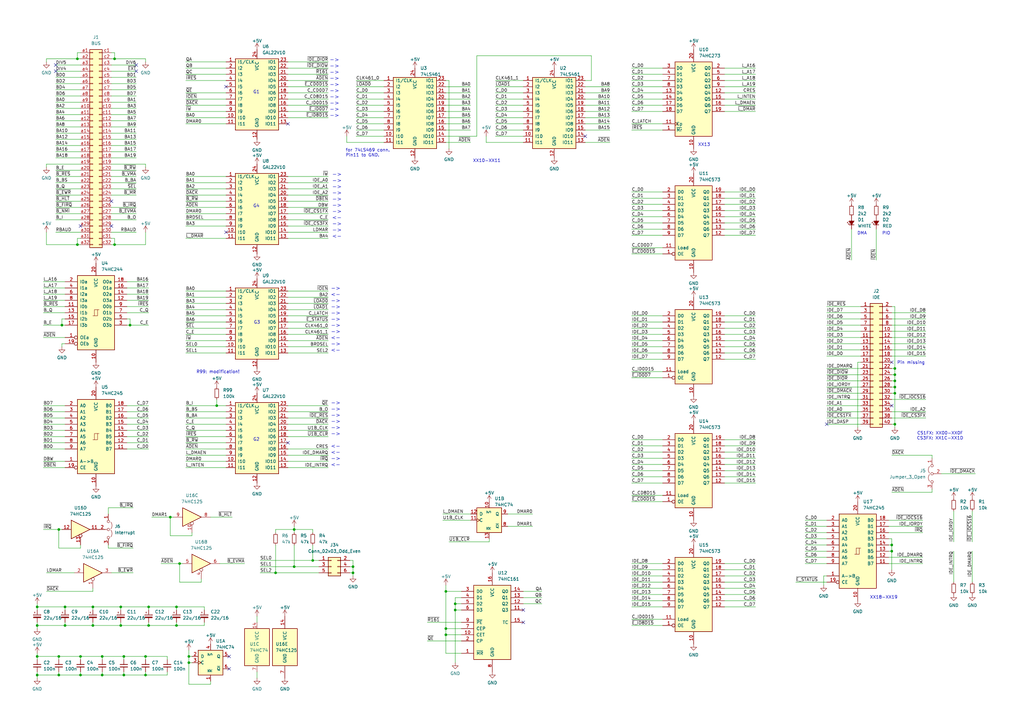
<source format=kicad_sch>
(kicad_sch (version 20231120) (generator "eeschema") (generator_version "8.0")
  (paper "A3")
  (title_block (title "CPUXXCMI Board") (date "2025-01-31") (rev "v1.0") (company "100% Offner") (comment 1 "v1.0: Initial") (comment 2 "Redrawn vrom kees1948 FLEX and UniFLEX Systems."))
  (junction (at 77.47 269.24))
  (junction (at 367.03 161.29))
  (junction (at 182.88 260.35))
  (junction (at 144.78 232.41))
  (junction (at 24.13 269.24))
  (junction (at 186.69 247.65))
  (junction (at 15.24 276.86))
  (junction (at 50.8 269.24))
  (junction (at 113.03 234.95))
  (junction (at 77.47 271.78))
  (junction (at 365.76 223.52))
  (junction (at 365.76 226.06))
  (junction (at 31.75 24.13))
  (junction (at 72.39 248.92))
  (junction (at 38.1 248.92))
  (junction (at 120.65 217.17))
  (junction (at 59.69 269.24))
  (junction (at 69.85 212.09))
  (junction (at 24.13 276.86))
  (junction (at 46.99 100.33))
  (junction (at 120.65 232.41))
  (junction (at 41.91 269.24))
  (junction (at 33.02 269.24))
  (junction (at 41.91 276.86))
  (junction (at 367.03 173.99))
  (junction (at 72.39 256.54))
  (junction (at 88.9 166.37))
  (junction (at 182.88 257.81))
  (junction (at 15.24 269.24))
  (junction (at 49.53 248.92))
  (junction (at 53.34 133.35))
  (junction (at 367.03 158.75))
  (junction (at 33.02 276.86))
  (junction (at 26.67 248.92))
  (junction (at 31.75 100.33))
  (junction (at 182.88 242.57))
  (junction (at 367.03 156.21))
  (junction (at 15.24 256.54))
  (junction (at 367.03 151.13))
  (junction (at 73.66 231.14))
  (junction (at 128.27 229.87))
  (junction (at 144.78 234.95))
  (junction (at 59.69 276.86))
  (junction (at 26.67 256.54))
  (junction (at 50.8 276.86))
  (junction (at 186.69 250.19))
  (junction (at 38.1 256.54))
  (junction (at 49.53 256.54))
  (junction (at 367.03 153.67))
  (junction (at 24.13 217.17))
  (junction (at 25.4 133.35))
  (junction (at 60.96 248.92))
  (junction (at 15.24 248.92))
  (junction (at 60.96 256.54))
  (junction (at 46.99 24.13))
  (no_connect (at 214.63 255.27))
  (no_connect (at 118.11 181.61))
  (no_connect (at 93.98 269.24))
  (no_connect (at 118.11 50.8))
  (no_connect (at 339.09 173.99))
  (no_connect (at 33.02 92.71))
  (no_connect (at 45.72 92.71))
  (no_connect (at 92.71 35.56))
  (no_connect (at 22.86 26.67))
  (no_connect (at 92.71 95.25))
  (no_connect (at 365.76 166.37))
  (no_connect (at 365.76 148.59))
  (no_connect (at 55.88 29.21))
  (no_connect (at 240.03 55.88))
  (no_connect (at 93.98 274.32))
  (no_connect (at 45.72 82.55))
  (no_connect (at 214.63 250.19))
  (no_connect (at 22.86 29.21))
  (no_connect (at 55.88 26.67))
  (wire (pts (xy 25.4 130.81) (xy 25.4 133.35)))
  (wire (pts (xy 95.25 212.09) (xy 86.36 212.09)))
  (wire (pts (xy 339.09 151.13) (xy 353.06 151.13)))
  (wire (pts (xy 297.18 139.7) (xy 309.88 139.7)))
  (wire (pts (xy 297.18 142.24) (xy 309.88 142.24)))
  (wire (pts (xy 365.76 130.81) (xy 379.73 130.81)))
  (wire (pts (xy 118.11 139.7) (xy 134.62 139.7)))
  (wire (pts (xy 297.18 190.5) (xy 309.88 190.5)))
  (wire (pts (xy 146.05 50.8) (xy 157.48 50.8)))
  (wire (pts (xy 26.67 248.92) (xy 26.67 250.19)))
  (wire (pts (xy 45.72 64.77) (xy 55.88 64.77)))
  (wire (pts (xy 76.2 48.26) (xy 92.71 48.26)))
  (wire (pts (xy 45.72 34.29) (xy 55.88 34.29)))
  (wire (pts (xy 54.61 224.79) (xy 44.45 224.79)))
  (wire (pts (xy 19.05 100.33) (xy 19.05 95.25)))
  (wire (pts (xy 118.11 166.37) (xy 134.62 166.37)))
  (wire (pts (xy 76.2 77.47) (xy 92.71 77.47)))
  (wire (pts (xy 182.88 242.57) (xy 189.23 242.57)))
  (wire (pts (xy 17.78 181.61) (xy 26.67 181.61)))
  (wire (pts (xy 182.88 260.35) (xy 182.88 257.81)))
  (wire (pts (xy 364.49 228.6) (xy 378.46 228.6)))
  (wire (pts (xy 22.86 74.93) (xy 33.02 74.93)))
  (wire (pts (xy 45.72 39.37) (xy 55.88 39.37)))
  (wire (pts (xy 45.72 52.07) (xy 55.88 52.07)))
  (wire (pts (xy 330.2 228.6) (xy 339.09 228.6)))
  (wire (pts (xy 339.09 153.67) (xy 353.06 153.67)))
  (wire (pts (xy 45.72 41.91) (xy 55.88 41.91)))
  (wire (pts (xy 19.05 24.13) (xy 19.05 25.4)))
  (wire (pts (xy 45.72 36.83) (xy 55.88 36.83)))
  (wire (pts (xy 365.76 226.06) (xy 365.76 233.68)))
  (wire (pts (xy 259.08 256.54) (xy 271.78 256.54)))
  (wire (pts (xy 118.11 129.54) (xy 134.62 129.54)))
  (wire (pts (xy 33.02 223.52) (xy 33.02 224.79)))
  (wire (pts (xy 297.18 91.44) (xy 309.88 91.44)))
  (wire (pts (xy 88.9 163.83) (xy 88.9 166.37)))
  (wire (pts (xy 259.08 78.74) (xy 271.78 78.74)))
  (wire (pts (xy 113.03 217.17) (xy 120.65 217.17)))
  (wire (pts (xy 297.18 30.48) (xy 309.88 30.48)))
  (wire (pts (xy 52.07 128.27) (xy 60.96 128.27)))
  (wire (pts (xy 118.11 191.77) (xy 134.62 191.77)))
  (wire (pts (xy 398.78 226.06) (xy 398.78 238.76)))
  (wire (pts (xy 76.2 38.1) (xy 92.71 38.1)))
  (wire (pts (xy 45.72 26.67) (xy 55.88 26.67)))
  (wire (pts (xy 82.55 237.49) (xy 82.55 238.76)))
  (wire (pts (xy 242.57 22.86) (xy 242.57 33.02)))
  (wire (pts (xy 367.03 156.21) (xy 367.03 158.75)))
  (wire (pts (xy 45.72 97.79) (xy 46.99 97.79)))
  (wire (pts (xy 15.24 269.24) (xy 15.24 270.51)))
  (wire (pts (xy 259.08 236.22) (xy 271.78 236.22)))
  (wire (pts (xy 60.96 248.92) (xy 72.39 248.92)))
  (wire (pts (xy 142.24 58.42) (xy 157.48 58.42)))
  (wire (pts (xy 297.18 88.9) (xy 309.88 88.9)))
  (wire (pts (xy 259.08 83.82) (xy 271.78 83.82)))
  (wire (pts (xy 365.76 138.43) (xy 379.73 138.43)))
  (wire (pts (xy 365.76 220.98) (xy 365.76 223.52)))
  (wire (pts (xy 24.13 275.59) (xy 24.13 276.86)))
  (wire (pts (xy 186.69 247.65) (xy 186.69 250.19)))
  (wire (pts (xy 259.08 254) (xy 271.78 254)))
  (wire (pts (xy 38.1 248.92) (xy 38.1 250.19)))
  (wire (pts (xy 186.69 250.19) (xy 189.23 250.19)))
  (wire (pts (xy 240.03 33.02) (xy 242.57 33.02)))
  (wire (pts (xy 17.78 171.45) (xy 26.67 171.45)))
  (wire (pts (xy 367.03 125.73) (xy 367.03 151.13)))
  (wire (pts (xy 22.86 57.15) (xy 33.02 57.15)))
  (wire (pts (xy 330.2 213.36) (xy 339.09 213.36)))
  (wire (pts (xy 118.11 45.72) (xy 134.62 45.72)))
  (wire (pts (xy 351.79 148.59) (xy 353.06 148.59)))
  (wire (pts (xy 60.96 255.27) (xy 60.96 256.54)))
  (wire (pts (xy 365.76 156.21) (xy 367.03 156.21)))
  (wire (pts (xy 76.2 137.16) (xy 92.71 137.16)))
  (wire (pts (xy 17.78 168.91) (xy 26.67 168.91)))
  (wire (pts (xy 259.08 86.36) (xy 271.78 86.36)))
  (wire (pts (xy 76.2 74.93) (xy 92.71 74.93)))
  (wire (pts (xy 17.78 184.15) (xy 26.67 184.15)))
  (wire (pts (xy 208.28 210.82) (xy 218.44 210.82)))
  (wire (pts (xy 146.05 48.26) (xy 157.48 48.26)))
  (wire (pts (xy 297.18 246.38) (xy 309.88 246.38)))
  (wire (pts (xy 259.08 243.84) (xy 271.78 243.84)))
  (wire (pts (xy 22.86 34.29) (xy 33.02 34.29)))
  (wire (pts (xy 118.11 40.64) (xy 134.62 40.64)))
  (wire (pts (xy 297.18 195.58) (xy 309.88 195.58)))
  (wire (pts (xy 297.18 180.34) (xy 309.88 180.34)))
  (wire (pts (xy 26.67 255.27) (xy 26.67 256.54)))
  (wire (pts (xy 297.18 43.18) (xy 309.88 43.18)))
  (wire (pts (xy 297.18 81.28) (xy 309.88 81.28)))
  (wire (pts (xy 259.08 27.94) (xy 271.78 27.94)))
  (wire (pts (xy 17.78 173.99) (xy 26.67 173.99)))
  (wire (pts (xy 120.65 217.17) (xy 120.65 218.44)))
  (wire (pts (xy 33.02 269.24) (xy 41.91 269.24)))
  (wire (pts (xy 330.2 223.52) (xy 339.09 223.52)))
  (wire (pts (xy 259.08 30.48) (xy 271.78 30.48)))
  (wire (pts (xy 120.65 223.52) (xy 120.65 232.41)))
  (wire (pts (xy 31.75 24.13) (xy 33.02 24.13)))
  (wire (pts (xy 19.05 234.95) (xy 30.48 234.95)))
  (wire (pts (xy 15.24 256.54) (xy 15.24 257.81)))
  (wire (pts (xy 78.74 219.71) (xy 69.85 219.71)))
  (wire (pts (xy 182.88 53.34) (xy 193.04 53.34)))
  (wire (pts (xy 76.2 97.79) (xy 92.71 97.79)))
  (wire (pts (xy 259.08 190.5) (xy 271.78 190.5)))
  (wire (pts (xy 118.11 189.23) (xy 134.62 189.23)))
  (wire (pts (xy 52.07 120.65) (xy 60.96 120.65)))
  (wire (pts (xy 382.27 200.66) (xy 382.27 201.93)))
  (wire (pts (xy 208.28 215.9) (xy 218.44 215.9)))
  (wire (pts (xy 359.41 93.98) (xy 359.41 106.68)))
  (wire (pts (xy 203.2 40.64) (xy 214.63 40.64)))
  (wire (pts (xy 365.76 125.73) (xy 367.03 125.73)))
  (wire (pts (xy 33.02 100.33) (xy 31.75 100.33)))
  (wire (pts (xy 118.11 80.01) (xy 134.62 80.01)))
  (wire (pts (xy 382.27 187.96) (xy 382.27 186.69)))
  (wire (pts (xy 240.03 50.8) (xy 250.19 50.8)))
  (wire (pts (xy 46.99 24.13) (xy 45.72 24.13)))
  (wire (pts (xy 15.24 267.97) (xy 15.24 269.24)))
  (wire (pts (xy 143.51 232.41) (xy 144.78 232.41)))
  (wire (pts (xy 22.86 62.23) (xy 33.02 62.23)))
  (wire (pts (xy 189.23 245.11) (xy 186.69 245.11)))
  (wire (pts (xy 297.18 33.02) (xy 309.88 33.02)))
  (wire (pts (xy 182.88 33.02) (xy 184.15 33.02)))
  (wire (pts (xy 38.1 241.3) (xy 38.1 242.57)))
  (wire (pts (xy 259.08 35.56) (xy 271.78 35.56)))
  (wire (pts (xy 45.72 46.99) (xy 55.88 46.99)))
  (wire (pts (xy 118.11 121.92) (xy 134.62 121.92)))
  (wire (pts (xy 22.86 59.69) (xy 33.02 59.69)))
  (wire (pts (xy 182.88 43.18) (xy 193.04 43.18)))
  (wire (pts (xy 76.2 139.7) (xy 92.71 139.7)))
  (wire (pts (xy 297.18 83.82) (xy 309.88 83.82)))
  (wire (pts (xy 17.78 123.19) (xy 26.67 123.19)))
  (wire (pts (xy 19.05 67.31) (xy 33.02 67.31)))
  (wire (pts (xy 118.11 127) (xy 134.62 127)))
  (wire (pts (xy 118.11 171.45) (xy 134.62 171.45)))
  (wire (pts (xy 82.55 238.76) (xy 73.66 238.76)))
  (wire (pts (xy 339.09 138.43) (xy 353.06 138.43)))
  (wire (pts (xy 25.4 140.97) (xy 25.4 142.24)))
  (wire (pts (xy 52.07 173.99) (xy 60.96 173.99)))
  (wire (pts (xy 76.2 25.4) (xy 92.71 25.4)))
  (wire (pts (xy 118.11 92.71) (xy 134.62 92.71)))
  (wire (pts (xy 184.15 222.25) (xy 200.66 222.25)))
  (wire (pts (xy 259.08 101.6) (xy 271.78 101.6)))
  (wire (pts (xy 203.2 48.26) (xy 214.63 48.26)))
  (wire (pts (xy 50.8 275.59) (xy 50.8 276.86)))
  (wire (pts (xy 76.2 45.72) (xy 92.71 45.72)))
  (wire (pts (xy 76.2 142.24) (xy 92.71 142.24)))
  (wire (pts (xy 297.18 129.54) (xy 309.88 129.54)))
  (wire (pts (xy 22.86 64.77) (xy 33.02 64.77)))
  (wire (pts (xy 297.18 35.56) (xy 309.88 35.56)))
  (wire (pts (xy 143.51 229.87) (xy 144.78 229.87)))
  (wire (pts (xy 22.86 69.85) (xy 33.02 69.85)))
  (wire (pts (xy 259.08 147.32) (xy 271.78 147.32)))
  (wire (pts (xy 52.07 176.53) (xy 60.96 176.53)))
  (wire (pts (xy 118.11 134.62) (xy 134.62 134.62)))
  (wire (pts (xy 22.86 31.75) (xy 33.02 31.75)))
  (wire (pts (xy 17.78 128.27) (xy 26.67 128.27)))
  (wire (pts (xy 118.11 119.38) (xy 134.62 119.38)))
  (wire (pts (xy 105.41 252.73) (xy 105.41 255.27)))
  (wire (pts (xy 118.11 27.94) (xy 134.62 27.94)))
  (wire (pts (xy 17.78 191.77) (xy 26.67 191.77)))
  (wire (pts (xy 76.2 134.62) (xy 92.71 134.62)))
  (wire (pts (xy 365.76 135.89) (xy 379.73 135.89)))
  (wire (pts (xy 259.08 185.42) (xy 271.78 185.42)))
  (wire (pts (xy 118.11 25.4) (xy 134.62 25.4)))
  (wire (pts (xy 259.08 50.8) (xy 271.78 50.8)))
  (wire (pts (xy 365.76 161.29) (xy 367.03 161.29)))
  (wire (pts (xy 259.08 193.04) (xy 271.78 193.04)))
  (wire (pts (xy 59.69 67.31) (xy 59.69 68.58)))
  (wire (pts (xy 76.2 132.08) (xy 92.71 132.08)))
  (wire (pts (xy 240.03 43.18) (xy 250.19 43.18)))
  (wire (pts (xy 76.2 186.69) (xy 92.71 186.69)))
  (wire (pts (xy 118.11 173.99) (xy 134.62 173.99)))
  (wire (pts (xy 31.75 24.13) (xy 19.05 24.13)))
  (wire (pts (xy 297.18 144.78) (xy 309.88 144.78)))
  (wire (pts (xy 297.18 238.76) (xy 309.88 238.76)))
  (wire (pts (xy 17.78 179.07) (xy 26.67 179.07)))
  (wire (pts (xy 41.91 276.86) (xy 50.8 276.86)))
  (wire (pts (xy 22.86 26.67) (xy 33.02 26.67)))
  (wire (pts (xy 25.4 140.97) (xy 26.67 140.97)))
  (wire (pts (xy 365.76 186.69) (xy 382.27 186.69)))
  (wire (pts (xy 339.09 143.51) (xy 353.06 143.51)))
  (wire (pts (xy 365.76 143.51) (xy 379.73 143.51)))
  (wire (pts (xy 297.18 231.14) (xy 309.88 231.14)))
  (wire (pts (xy 76.2 181.61) (xy 92.71 181.61)))
  (wire (pts (xy 182.88 40.64) (xy 193.04 40.64)))
  (wire (pts (xy 72.39 248.92) (xy 72.39 250.19)))
  (wire (pts (xy 15.24 256.54) (xy 26.67 256.54)))
  (wire (pts (xy 189.23 267.97) (xy 182.88 267.97)))
  (wire (pts (xy 146.05 33.02) (xy 157.48 33.02)))
  (wire (pts (xy 118.11 82.55) (xy 134.62 82.55)))
  (wire (pts (xy 365.76 223.52) (xy 365.76 226.06)))
  (wire (pts (xy 77.47 280.67) (xy 86.36 280.67)))
  (wire (pts (xy 182.88 35.56) (xy 193.04 35.56)))
  (wire (pts (xy 144.78 229.87) (xy 144.78 232.41)))
  (wire (pts (xy 76.2 33.02) (xy 92.71 33.02)))
  (wire (pts (xy 76.2 129.54) (xy 92.71 129.54)))
  (wire (pts (xy 49.53 248.92) (xy 49.53 250.19)))
  (wire (pts (xy 186.69 250.19) (xy 186.69 271.78)))
  (wire (pts (xy 19.05 67.31) (xy 19.05 68.58)))
  (wire (pts (xy 88.9 166.37) (xy 92.71 166.37)))
  (wire (pts (xy 22.86 72.39) (xy 33.02 72.39)))
  (wire (pts (xy 203.2 35.56) (xy 214.63 35.56)))
  (wire (pts (xy 259.08 233.68) (xy 271.78 233.68)))
  (wire (pts (xy 118.11 35.56) (xy 134.62 35.56)))
  (wire (pts (xy 365.76 173.99) (xy 367.03 173.99)))
  (wire (pts (xy 17.78 189.23) (xy 26.67 189.23)))
  (wire (pts (xy 184.15 33.02) (xy 184.15 60.96)))
  (wire (pts (xy 17.78 125.73) (xy 26.67 125.73)))
  (wire (pts (xy 86.36 280.67) (xy 86.36 279.4)))
  (wire (pts (xy 49.53 255.27) (xy 49.53 256.54)))
  (wire (pts (xy 24.13 269.24) (xy 24.13 270.51)))
  (wire (pts (xy 76.2 168.91) (xy 92.71 168.91)))
  (wire (pts (xy 240.03 40.64) (xy 250.19 40.64)))
  (wire (pts (xy 203.2 33.02) (xy 214.63 33.02)))
  (wire (pts (xy 120.65 232.41) (xy 130.81 232.41)))
  (wire (pts (xy 17.78 166.37) (xy 26.67 166.37)))
  (wire (pts (xy 118.11 38.1) (xy 134.62 38.1)))
  (wire (pts (xy 22.86 90.17) (xy 33.02 90.17)))
  (wire (pts (xy 259.08 96.52) (xy 271.78 96.52)))
  (wire (pts (xy 118.11 85.09) (xy 134.62 85.09)))
  (wire (pts (xy 22.86 49.53) (xy 33.02 49.53)))
  (wire (pts (xy 76.2 90.17) (xy 92.71 90.17)))
  (wire (pts (xy 76.2 184.15) (xy 92.71 184.15)))
  (wire (pts (xy 146.05 55.88) (xy 157.48 55.88)))
  (wire (pts (xy 77.47 271.78) (xy 78.74 271.78)))
  (wire (pts (xy 77.47 266.7) (xy 77.47 269.24)))
  (wire (pts (xy 364.49 215.9) (xy 378.46 215.9)))
  (wire (pts (xy 25.4 130.81) (xy 26.67 130.81)))
  (wire (pts (xy 259.08 144.78) (xy 271.78 144.78)))
  (wire (pts (xy 15.24 269.24) (xy 24.13 269.24)))
  (wire (pts (xy 113.03 218.44) (xy 113.03 217.17)))
  (wire (pts (xy 15.24 247.65) (xy 15.24 248.92)))
  (wire (pts (xy 339.09 130.81) (xy 353.06 130.81)))
  (wire (pts (xy 259.08 187.96) (xy 271.78 187.96)))
  (wire (pts (xy 76.2 43.18) (xy 92.71 43.18)))
  (wire (pts (xy 339.09 140.97) (xy 353.06 140.97)))
  (wire (pts (xy 45.72 85.09) (xy 55.88 85.09)))
  (wire (pts (xy 259.08 134.62) (xy 271.78 134.62)))
  (wire (pts (xy 76.2 189.23) (xy 92.71 189.23)))
  (wire (pts (xy 200.66 222.25) (xy 200.66 220.98)))
  (wire (pts (xy 59.69 269.24) (xy 68.58 269.24)))
  (wire (pts (xy 46.99 100.33) (xy 59.69 100.33)))
  (wire (pts (xy 52.07 123.19) (xy 60.96 123.19)))
  (wire (pts (xy 76.2 119.38) (xy 92.71 119.38)))
  (wire (pts (xy 15.24 248.92) (xy 15.24 250.19)))
  (wire (pts (xy 31.75 97.79) (xy 31.75 100.33)))
  (wire (pts (xy 259.08 248.92) (xy 271.78 248.92)))
  (wire (pts (xy 339.09 133.35) (xy 353.06 133.35)))
  (wire (pts (xy 54.61 208.28) (xy 44.45 208.28)))
  (wire (pts (xy 69.85 212.09) (xy 71.12 212.09)))
  (wire (pts (xy 33.02 224.79) (xy 24.13 224.79)))
  (wire (pts (xy 182.88 240.03) (xy 182.88 242.57)))
  (wire (pts (xy 45.72 80.01) (xy 55.88 80.01)))
  (wire (pts (xy 144.78 234.95) (xy 144.78 236.22)))
  (wire (pts (xy 22.86 80.01) (xy 33.02 80.01)))
  (wire (pts (xy 259.08 238.76) (xy 271.78 238.76)))
  (wire (pts (xy 76.2 166.37) (xy 88.9 166.37)))
  (wire (pts (xy 259.08 137.16) (xy 271.78 137.16)))
  (wire (pts (xy 15.24 276.86) (xy 24.13 276.86)))
  (wire (pts (xy 72.39 256.54) (xy 83.82 256.54)))
  (wire (pts (xy 17.78 120.65) (xy 26.67 120.65)))
  (wire (pts (xy 297.18 185.42) (xy 309.88 185.42)))
  (wire (pts (xy 259.08 139.7) (xy 271.78 139.7)))
  (wire (pts (xy 118.11 179.07) (xy 134.62 179.07)))
  (wire (pts (xy 33.02 275.59) (xy 33.02 276.86)))
  (wire (pts (xy 259.08 231.14) (xy 271.78 231.14)))
  (wire (pts (xy 17.78 176.53) (xy 26.67 176.53)))
  (wire (pts (xy 22.86 29.21) (xy 33.02 29.21)))
  (wire (pts (xy 391.16 209.55) (xy 391.16 222.25)))
  (wire (pts (xy 240.03 35.56) (xy 250.19 35.56)))
  (wire (pts (xy 38.1 255.27) (xy 38.1 256.54)))
  (wire (pts (xy 22.86 87.63) (xy 33.02 87.63)))
  (wire (pts (xy 339.09 168.91) (xy 353.06 168.91)))
  (wire (pts (xy 297.18 96.52) (xy 309.88 96.52)))
  (wire (pts (xy 17.78 133.35) (xy 25.4 133.35)))
  (wire (pts (xy 69.85 219.71) (xy 69.85 212.09)))
  (wire (pts (xy 259.08 43.18) (xy 271.78 43.18)))
  (wire (pts (xy 128.27 229.87) (xy 130.81 229.87)))
  (wire (pts (xy 77.47 269.24) (xy 78.74 269.24)))
  (wire (pts (xy 73.66 238.76) (xy 73.66 231.14)))
  (wire (pts (xy 199.39 58.42) (xy 214.63 58.42)))
  (wire (pts (xy 146.05 40.64) (xy 157.48 40.64)))
  (wire (pts (xy 22.86 54.61) (xy 33.02 54.61)))
  (wire (pts (xy 128.27 223.52) (xy 128.27 229.87)))
  (wire (pts (xy 259.08 246.38) (xy 271.78 246.38)))
  (wire (pts (xy 33.02 276.86) (xy 41.91 276.86)))
  (wire (pts (xy 297.18 198.12) (xy 309.88 198.12)))
  (wire (pts (xy 52.07 133.35) (xy 53.34 133.35)))
  (wire (pts (xy 339.09 171.45) (xy 353.06 171.45)))
  (wire (pts (xy 259.08 198.12) (xy 271.78 198.12)))
  (wire (pts (xy 52.07 118.11) (xy 60.96 118.11)))
  (wire (pts (xy 41.91 269.24) (xy 50.8 269.24)))
  (wire (pts (xy 22.86 52.07) (xy 33.02 52.07)))
  (wire (pts (xy 146.05 38.1) (xy 157.48 38.1)))
  (wire (pts (xy 365.76 201.93) (xy 382.27 201.93)))
  (wire (pts (xy 182.88 257.81) (xy 182.88 242.57)))
  (wire (pts (xy 182.88 55.88) (xy 195.58 55.88)))
  (wire (pts (xy 367.03 151.13) (xy 367.03 153.67)))
  (wire (pts (xy 76.2 171.45) (xy 92.71 171.45)))
  (wire (pts (xy 113.03 234.95) (xy 130.81 234.95)))
  (wire (pts (xy 106.68 229.87) (xy 128.27 229.87)))
  (wire (pts (xy 52.07 125.73) (xy 60.96 125.73)))
  (wire (pts (xy 182.88 48.26) (xy 193.04 48.26)))
  (wire (pts (xy 60.96 256.54) (xy 72.39 256.54)))
  (wire (pts (xy 24.13 217.17) (xy 25.4 217.17)))
  (wire (pts (xy 72.39 248.92) (xy 83.82 248.92)))
  (wire (pts (xy 365.76 128.27) (xy 379.73 128.27)))
  (wire (pts (xy 45.72 59.69) (xy 55.88 59.69)))
  (wire (pts (xy 367.03 153.67) (xy 367.03 156.21)))
  (wire (pts (xy 297.18 248.92) (xy 309.88 248.92)))
  (wire (pts (xy 83.82 248.92) (xy 83.82 250.19)))
  (wire (pts (xy 22.86 82.55) (xy 33.02 82.55)))
  (wire (pts (xy 144.78 232.41) (xy 144.78 234.95)))
  (wire (pts (xy 76.2 50.8) (xy 92.71 50.8)))
  (wire (pts (xy 106.68 234.95) (xy 113.03 234.95)))
  (wire (pts (xy 326.39 238.76) (xy 339.09 238.76)))
  (wire (pts (xy 33.02 21.59) (xy 31.75 21.59)))
  (wire (pts (xy 45.72 31.75) (xy 55.88 31.75)))
  (wire (pts (xy 17.78 115.57) (xy 26.67 115.57)))
  (wire (pts (xy 52.07 179.07) (xy 60.96 179.07)))
  (wire (pts (xy 45.72 74.93) (xy 55.88 74.93)))
  (wire (pts (xy 45.72 54.61) (xy 55.88 54.61)))
  (wire (pts (xy 50.8 269.24) (xy 59.69 269.24)))
  (wire (pts (xy 46.99 97.79) (xy 46.99 100.33)))
  (wire (pts (xy 398.78 209.55) (xy 398.78 222.25)))
  (wire (pts (xy 240.03 53.34) (xy 250.19 53.34)))
  (wire (pts (xy 118.11 168.91) (xy 134.62 168.91)))
  (wire (pts (xy 53.34 130.81) (xy 53.34 133.35)))
  (wire (pts (xy 297.18 45.72) (xy 309.88 45.72)))
  (wire (pts (xy 118.11 132.08) (xy 134.62 132.08)))
  (wire (pts (xy 15.24 255.27) (xy 15.24 256.54)))
  (wire (pts (xy 106.68 232.41) (xy 120.65 232.41)))
  (wire (pts (xy 45.72 21.59) (xy 46.99 21.59)))
  (wire (pts (xy 203.2 45.72) (xy 214.63 45.72)))
  (wire (pts (xy 22.86 95.25) (xy 33.02 95.25)))
  (wire (pts (xy 50.8 269.24) (xy 50.8 270.51)))
  (wire (pts (xy 214.63 247.65) (xy 222.25 247.65)))
  (wire (pts (xy 59.69 269.24) (xy 59.69 270.51)))
  (wire (pts (xy 297.18 132.08) (xy 309.88 132.08)))
  (wire (pts (xy 297.18 241.3) (xy 309.88 241.3)))
  (wire (pts (xy 259.08 203.2) (xy 271.78 203.2)))
  (wire (pts (xy 59.69 24.13) (xy 59.69 25.4)))
  (wire (pts (xy 76.2 85.09) (xy 92.71 85.09)))
  (wire (pts (xy 45.72 62.23) (xy 55.88 62.23)))
  (wire (pts (xy 203.2 43.18) (xy 214.63 43.18)))
  (wire (pts (xy 203.2 53.34) (xy 214.63 53.34)))
  (wire (pts (xy 45.72 69.85) (xy 55.88 69.85)))
  (wire (pts (xy 146.05 35.56) (xy 157.48 35.56)))
  (wire (pts (xy 52.07 115.57) (xy 60.96 115.57)))
  (wire (pts (xy 118.11 186.69) (xy 134.62 186.69)))
  (wire (pts (xy 339.09 158.75) (xy 353.06 158.75)))
  (wire (pts (xy 17.78 217.17) (xy 24.13 217.17)))
  (wire (pts (xy 175.26 255.27) (xy 189.23 255.27)))
  (wire (pts (xy 76.2 72.39) (xy 92.71 72.39)))
  (wire (pts (xy 76.2 82.55) (xy 92.71 82.55)))
  (wire (pts (xy 118.11 30.48) (xy 134.62 30.48)))
  (wire (pts (xy 68.58 275.59) (xy 68.58 276.86)))
  (wire (pts (xy 259.08 53.34) (xy 271.78 53.34)))
  (wire (pts (xy 186.69 247.65) (xy 189.23 247.65)))
  (wire (pts (xy 259.08 40.64) (xy 271.78 40.64)))
  (wire (pts (xy 52.07 168.91) (xy 60.96 168.91)))
  (wire (pts (xy 297.18 40.64) (xy 309.88 40.64)))
  (wire (pts (xy 259.08 104.14) (xy 271.78 104.14)))
  (wire (pts (xy 118.11 74.93) (xy 134.62 74.93)))
  (wire (pts (xy 259.08 129.54) (xy 271.78 129.54)))
  (wire (pts (xy 339.09 173.99) (xy 353.06 173.99)))
  (wire (pts (xy 195.58 55.88) (xy 195.58 22.86)))
  (wire (pts (xy 203.2 50.8) (xy 214.63 50.8)))
  (wire (pts (xy 45.72 57.15) (xy 55.88 57.15)))
  (wire (pts (xy 60.96 248.92) (xy 60.96 250.19)))
  (wire (pts (xy 365.76 171.45) (xy 379.73 171.45)))
  (wire (pts (xy 66.04 231.14) (xy 73.66 231.14)))
  (wire (pts (xy 118.11 43.18) (xy 134.62 43.18)))
  (wire (pts (xy 44.45 224.79) (xy 44.45 223.52)))
  (wire (pts (xy 297.18 193.04) (xy 309.88 193.04)))
  (wire (pts (xy 364.49 218.44) (xy 378.46 218.44)))
  (wire (pts (xy 181.61 210.82) (xy 193.04 210.82)))
  (wire (pts (xy 364.49 223.52) (xy 365.76 223.52)))
  (wire (pts (xy 337.82 236.22) (xy 337.82 240.03)))
  (wire (pts (xy 45.72 77.47) (xy 55.88 77.47)))
  (wire (pts (xy 22.86 44.45) (xy 33.02 44.45)))
  (wire (pts (xy 259.08 38.1) (xy 271.78 38.1)))
  (wire (pts (xy 367.03 161.29) (xy 367.03 173.99)))
  (wire (pts (xy 391.16 226.06) (xy 391.16 238.76)))
  (wire (pts (xy 259.08 93.98) (xy 271.78 93.98)))
  (wire (pts (xy 38.1 256.54) (xy 49.53 256.54)))
  (wire (pts (xy 52.07 130.81) (xy 53.34 130.81)))
  (wire (pts (xy 297.18 93.98) (xy 309.88 93.98)))
  (wire (pts (xy 118.11 90.17) (xy 134.62 90.17)))
  (wire (pts (xy 31.75 100.33) (xy 19.05 100.33)))
  (wire (pts (xy 24.13 269.24) (xy 33.02 269.24)))
  (wire (pts (xy 259.08 45.72) (xy 271.78 45.72)))
  (wire (pts (xy 76.2 144.78) (xy 92.71 144.78)))
  (wire (pts (xy 118.11 87.63) (xy 134.62 87.63)))
  (wire (pts (xy 365.76 163.83) (xy 379.73 163.83)))
  (wire (pts (xy 52.07 184.15) (xy 60.96 184.15)))
  (wire (pts (xy 19.05 242.57) (xy 38.1 242.57)))
  (wire (pts (xy 59.69 276.86) (xy 68.58 276.86)))
  (wire (pts (xy 365.76 133.35) (xy 379.73 133.35)))
  (wire (pts (xy 78.74 218.44) (xy 78.74 219.71)))
  (wire (pts (xy 367.03 158.75) (xy 367.03 161.29)))
  (wire (pts (xy 214.63 245.11) (xy 222.25 245.11)))
  (wire (pts (xy 182.88 267.97) (xy 182.88 260.35)))
  (wire (pts (xy 182.88 58.42) (xy 193.04 58.42)))
  (wire (pts (xy 22.86 39.37) (xy 33.02 39.37)))
  (wire (pts (xy 45.72 49.53) (xy 55.88 49.53)))
  (wire (pts (xy 118.11 137.16) (xy 134.62 137.16)))
  (wire (pts (xy 76.2 173.99) (xy 92.71 173.99)))
  (wire (pts (xy 365.76 158.75) (xy 367.03 158.75)))
  (wire (pts (xy 45.72 29.21) (xy 55.88 29.21)))
  (wire (pts (xy 45.72 90.17) (xy 55.88 90.17)))
  (wire (pts (xy 364.49 231.14) (xy 378.46 231.14)))
  (wire (pts (xy 240.03 58.42) (xy 250.19 58.42)))
  (wire (pts (xy 46.99 21.59) (xy 46.99 24.13)))
  (wire (pts (xy 44.45 210.82) (xy 44.45 208.28)))
  (wire (pts (xy 26.67 248.92) (xy 38.1 248.92)))
  (wire (pts (xy 38.1 248.92) (xy 49.53 248.92)))
  (wire (pts (xy 76.2 124.46) (xy 92.71 124.46)))
  (wire (pts (xy 118.11 33.02) (xy 134.62 33.02)))
  (wire (pts (xy 339.09 128.27) (xy 353.06 128.27)))
  (wire (pts (xy 118.11 142.24) (xy 134.62 142.24)))
  (wire (pts (xy 297.18 236.22) (xy 309.88 236.22)))
  (wire (pts (xy 72.39 255.27) (xy 72.39 256.54)))
  (wire (pts (xy 364.49 213.36) (xy 378.46 213.36)))
  (wire (pts (xy 349.25 93.98) (xy 349.25 106.68)))
  (wire (pts (xy 52.07 166.37) (xy 60.96 166.37)))
  (wire (pts (xy 50.8 276.86) (xy 59.69 276.86)))
  (wire (pts (xy 182.88 45.72) (xy 193.04 45.72)))
  (wire (pts (xy 297.18 38.1) (xy 309.88 38.1)))
  (wire (pts (xy 49.53 256.54) (xy 60.96 256.54)))
  (wire (pts (xy 240.03 38.1) (xy 250.19 38.1)))
  (wire (pts (xy 365.76 146.05) (xy 379.73 146.05)))
  (wire (pts (xy 45.72 95.25) (xy 55.88 95.25)))
  (wire (pts (xy 259.08 88.9) (xy 271.78 88.9)))
  (wire (pts (xy 259.08 132.08) (xy 271.78 132.08)))
  (wire (pts (xy 113.03 223.52) (xy 113.03 234.95)))
  (wire (pts (xy 68.58 269.24) (xy 68.58 270.51)))
  (wire (pts (xy 259.08 195.58) (xy 271.78 195.58)))
  (wire (pts (xy 118.11 77.47) (xy 134.62 77.47)))
  (wire (pts (xy 339.09 156.21) (xy 353.06 156.21)))
  (wire (pts (xy 195.58 22.86) (xy 242.57 22.86)))
  (wire (pts (xy 365.76 151.13) (xy 367.03 151.13)))
  (wire (pts (xy 259.08 142.24) (xy 271.78 142.24)))
  (wire (pts (xy 182.88 50.8) (xy 193.04 50.8)))
  (wire (pts (xy 339.09 125.73) (xy 353.06 125.73)))
  (wire (pts (xy 259.08 33.02) (xy 271.78 33.02)))
  (wire (pts (xy 105.41 275.59) (xy 105.41 278.13)))
  (wire (pts (xy 118.11 144.78) (xy 134.62 144.78)))
  (wire (pts (xy 214.63 242.57) (xy 222.25 242.57)))
  (wire (pts (xy 118.11 95.25) (xy 134.62 95.25)))
  (wire (pts (xy 240.03 45.72) (xy 250.19 45.72)))
  (wire (pts (xy 45.72 67.31) (xy 59.69 67.31)))
  (wire (pts (xy 330.2 231.14) (xy 339.09 231.14)))
  (wire (pts (xy 41.91 269.24) (xy 41.91 270.51)))
  (wire (pts (xy 15.24 276.86) (xy 15.24 278.13)))
  (wire (pts (xy 24.13 224.79) (xy 24.13 217.17)))
  (wire (pts (xy 76.2 30.48) (xy 92.71 30.48)))
  (wire (pts (xy 330.2 215.9) (xy 339.09 215.9)))
  (wire (pts (xy 351.79 175.26) (xy 351.79 148.59)))
  (wire (pts (xy 45.72 87.63) (xy 55.88 87.63)))
  (wire (pts (xy 76.2 191.77) (xy 92.71 191.77)))
  (wire (pts (xy 182.88 257.81) (xy 189.23 257.81)))
  (wire (pts (xy 181.61 213.36) (xy 193.04 213.36)))
  (wire (pts (xy 199.39 55.88) (xy 199.39 58.42)))
  (wire (pts (xy 259.08 182.88) (xy 271.78 182.88)))
  (wire (pts (xy 118.11 97.79) (xy 134.62 97.79)))
  (wire (pts (xy 339.09 166.37) (xy 353.06 166.37)))
  (wire (pts (xy 259.08 180.34) (xy 271.78 180.34)))
  (wire (pts (xy 22.86 36.83) (xy 33.02 36.83)))
  (wire (pts (xy 45.72 72.39) (xy 55.88 72.39)))
  (wire (pts (xy 297.18 86.36) (xy 309.88 86.36)))
  (wire (pts (xy 17.78 138.43) (xy 26.67 138.43)))
  (wire (pts (xy 259.08 81.28) (xy 271.78 81.28)))
  (wire (pts (xy 259.08 241.3) (xy 271.78 241.3)))
  (wire (pts (xy 259.08 152.4) (xy 271.78 152.4)))
  (wire (pts (xy 59.69 100.33) (xy 59.69 95.25)))
  (wire (pts (xy 76.2 87.63) (xy 92.71 87.63)))
  (wire (pts (xy 297.18 137.16) (xy 309.88 137.16)))
  (wire (pts (xy 41.91 275.59) (xy 41.91 276.86)))
  (wire (pts (xy 118.11 184.15) (xy 134.62 184.15)))
  (wire (pts (xy 259.08 91.44) (xy 271.78 91.44)))
  (wire (pts (xy 59.69 275.59) (xy 59.69 276.86)))
  (wire (pts (xy 297.18 187.96) (xy 309.88 187.96)))
  (wire (pts (xy 22.86 41.91) (xy 33.02 41.91)))
  (wire (pts (xy 90.17 231.14) (xy 100.33 231.14)))
  (wire (pts (xy 203.2 38.1) (xy 214.63 38.1)))
  (wire (pts (xy 33.02 269.24) (xy 33.02 270.51)))
  (wire (pts (xy 33.02 97.79) (xy 31.75 97.79)))
  (wire (pts (xy 15.24 248.92) (xy 26.67 248.92)))
  (wire (pts (xy 22.86 77.47) (xy 33.02 77.47)))
  (wire (pts (xy 259.08 154.94) (xy 271.78 154.94)))
  (wire (pts (xy 24.13 276.86) (xy 33.02 276.86)))
  (wire (pts (xy 83.82 255.27) (xy 83.82 256.54)))
  (wire (pts (xy 76.2 40.64) (xy 92.71 40.64)))
  (wire (pts (xy 240.03 48.26) (xy 250.19 48.26)))
  (wire (pts (xy 330.2 218.44) (xy 339.09 218.44)))
  (wire (pts (xy 367.03 173.99) (xy 367.03 175.26)))
  (wire (pts (xy 25.4 133.35) (xy 26.67 133.35)))
  (wire (pts (xy 297.18 243.84) (xy 309.88 243.84)))
  (wire (pts (xy 400.05 194.31) (xy 386.08 194.31)))
  (wire (pts (xy 339.09 161.29) (xy 353.06 161.29)))
  (wire (pts (xy 62.23 212.09) (xy 69.85 212.09)))
  (wire (pts (xy 76.2 127) (xy 92.71 127)))
  (wire (pts (xy 146.05 43.18) (xy 157.48 43.18)))
  (wire (pts (xy 118.11 176.53) (xy 134.62 176.53)))
  (wire (pts (xy 26.67 256.54) (xy 38.1 256.54)))
  (wire (pts (xy 77.47 271.78) (xy 77.47 280.67)))
  (wire (pts (xy 52.07 171.45) (xy 60.96 171.45)))
  (wire (pts (xy 15.24 275.59) (xy 15.24 276.86)))
  (wire (pts (xy 45.72 100.33) (xy 46.99 100.33)))
  (wire (pts (xy 76.2 92.71) (xy 92.71 92.71)))
  (wire (pts (xy 52.07 181.61) (xy 60.96 181.61)))
  (wire (pts (xy 31.75 21.59) (xy 31.75 24.13)))
  (wire (pts (xy 118.11 124.46) (xy 134.62 124.46)))
  (wire (pts (xy 339.09 135.89) (xy 353.06 135.89)))
  (wire (pts (xy 297.18 233.68) (xy 309.88 233.68)))
  (wire (pts (xy 146.05 45.72) (xy 157.48 45.72)))
  (wire (pts (xy 297.18 134.62) (xy 309.88 134.62)))
  (wire (pts (xy 46.99 24.13) (xy 59.69 24.13)))
  (wire (pts (xy 128.27 218.44) (xy 128.27 217.17)))
  (wire (pts (xy 120.65 215.9) (xy 120.65 217.17)))
  (wire (pts (xy 128.27 217.17) (xy 120.65 217.17)))
  (wire (pts (xy 365.76 140.97) (xy 379.73 140.97)))
  (wire (pts (xy 76.2 176.53) (xy 92.71 176.53)))
  (wire (pts (xy 364.49 220.98) (xy 365.76 220.98)))
  (wire (pts (xy 297.18 27.94) (xy 309.88 27.94)))
  (wire (pts (xy 76.2 179.07) (xy 92.71 179.07)))
  (wire (pts (xy 365.76 153.67) (xy 367.03 153.67)))
  (wire (pts (xy 182.88 38.1) (xy 193.04 38.1)))
  (wire (pts (xy 337.82 236.22) (xy 339.09 236.22)))
  (wire (pts (xy 77.47 269.24) (xy 77.47 271.78)))
  (wire (pts (xy 45.72 234.95) (xy 54.61 234.95)))
  (wire (pts (xy 17.78 118.11) (xy 26.67 118.11)))
  (wire (pts (xy 22.86 85.09) (xy 33.02 85.09)))
  (wire (pts (xy 73.66 231.14) (xy 74.93 231.14)))
  (wire (pts (xy 339.09 163.83) (xy 353.06 163.83)))
  (wire (pts (xy 76.2 121.92) (xy 92.71 121.92)))
  (wire (pts (xy 189.23 260.35) (xy 182.88 260.35)))
  (wire (pts (xy 118.11 72.39) (xy 134.62 72.39)))
  (wire (pts (xy 203.2 55.88) (xy 214.63 55.88)))
  (wire (pts (xy 45.72 44.45) (xy 55.88 44.45)))
  (wire (pts (xy 76.2 80.01) (xy 92.71 80.01)))
  (wire (pts (xy 330.2 220.98) (xy 339.09 220.98)))
  (wire (pts (xy 297.18 182.88) (xy 309.88 182.88)))
  (wire (pts (xy 186.69 245.11) (xy 186.69 247.65)))
  (wire (pts (xy 49.53 248.92) (xy 60.96 248.92)))
  (wire (pts (xy 53.34 133.35) (xy 60.96 133.35)))
  (wire (pts (xy 259.08 205.74) (xy 271.78 205.74)))
  (wire (pts (xy 297.18 78.74) (xy 309.88 78.74)))
  (wire (pts (xy 330.2 226.06) (xy 339.09 226.06)))
  (wire (pts (xy 118.11 48.26) (xy 134.62 48.26)))
  (wire (pts (xy 339.09 146.05) (xy 353.06 146.05)))
  (wire (pts (xy 143.51 234.95) (xy 144.78 234.95)))
  (wire (pts (xy 297.18 147.32) (xy 309.88 147.32)))
  (wire (pts (xy 364.49 226.06) (xy 365.76 226.06)))
  (wire (pts (xy 146.05 53.34) (xy 157.48 53.34)))
  (wire (pts (xy 142.24 55.88) (xy 142.24 58.42)))
  (wire (pts (xy 22.86 46.99) (xy 33.02 46.99)))
  (wire (pts (xy 365.76 168.91) (xy 379.73 168.91)))
  (wire (pts (xy 175.26 262.89) (xy 189.23 262.89)))
  (wire (pts (xy 76.2 27.94) (xy 92.71 27.94)))
  (text "PIO" (at 363.474 95.758 0) (effects (font (size 1.27 1.27))))
  (text "->\n->\n->\n->\n->\n->\n->\n<-\n->\n->\n<-" (at 138.176 84.328 0) (effects (font (size 1.5748 1.5748))))
  (text "XX13" (at 288.798 59.436 0) (effects (font (size 1.27 1.27))))
  (text "R99: modification!" (at 89.408 152.654 0) (effects (font (size 1.27 1.27))))
  (text "G3" (at 105.41 132.334 0) (effects (font (size 1.27 1.27))))
  (text "XX18-XX19" (at 362.458 245.11 0) (effects (font (size 1.27 1.27))))
  (text "for 74LS469 conn. \nPin11 to GND." (at 141.732 62.738 0) (effects (font (size 1.27 1.27)) (justify left)))
  (text "CS1FX: XX00-XX0F\nCS3FX: XX1C-XX1D" (at 385.572 178.816 0) (effects (font (size 1.27 1.27))))
  (text "G4" (at 105.156 84.582 0) (effects (font (size 1.27 1.27))))
  (text "Pin missing" (at 373.634 148.844 0) (effects (font (size 1.27 1.27))))
  (text "->\n->\n->\n->\n->\n->\n->\n->\n->\n->" (at 137.16 36.068 0) (effects (font (size 1.5748 1.5748))))
  (text "G2" (at 105.156 180.34 0) (effects (font (size 1.27 1.27))))
  (text "XX10-XX11" (at 199.644 66.04 0) (effects (font (size 1.27 1.27))))
  (text "->\n<-\n->\n->\n->\n->\n->\n->\n<-\n->\n<-" (at 137.668 131.064 0) (effects (font (size 1.5748 1.5748))))
  (text "->\n->\n->\n->\n->\n->\n \n<-\n<-\n->\n<-" (at 137.668 178.054 0) (effects (font (size 1.5748 1.5748))))
  (text "DMA" (at 353.568 95.758 0) (effects (font (size 1.27 1.27))))
  (text "G1" (at 105.156 37.846 0) (effects (font (size 1.27 1.27))))
  (label "C_D6" (at 309.88 246.38 180))
  (label "BA3" (at 193.04 43.18 180))
  (label "~{IDE_CS1FX}" (at 339.09 171.45 0))
  (label "~{DBEN}" (at 134.62 82.55 180))
  (label "~{IRES}" (at 76.2 33.02 0))
  (label "BA0" (at 76.2 119.38 0))
  (label "~{B_EWR}" (at 22.86 80.01 0))
  (label "C_E" (at 134.62 90.17 180))
  (label "DBW" (at 134.62 85.09 180))
  (label "BA10" (at 250.19 40.64 180))
  (label "~{DBEN}" (at 17.78 191.77 0))
  (label "~{E_ID0D7}" (at 134.62 45.72 180))
  (label "C_E" (at 60.96 133.35 180))
  (label "~{QE}" (at 76.2 38.1 0))
  (label "CLK461_1" (at 134.62 137.16 180))
  (label "BA9" (at 250.19 38.1 180))
  (label "C_D0" (at 259.08 27.94 0))
  (label "C_D4" (at 309.88 139.7 180))
  (label "L_DMAEN" (at 76.2 186.69 0))
  (label "B_BS" (at 76.2 168.91 0))
  (label "IDE_D11" (at 379.73 135.89 180))
  (label "IDE_IORDY" (at 391.16 222.25 90))
  (label "CRES" (at 309.88 38.1 180))
  (label "~{B_HLT}" (at 95.25 212.09 180))
  (label "C_D7" (at 259.08 96.52 0))
  (label "~{EXT}" (at 55.88 29.21 180))
  (label "BD0" (at 22.86 31.75 0))
  (label "C_D0" (at 259.08 180.34 0))
  (label "~{QE}" (at 134.62 166.37 180))
  (label "IDE_D5" (at 309.88 91.44 180))
  (label "BA17" (at 55.88 62.23 180))
  (label "~{IDE_IOCS16}" (at 398.78 222.25 90))
  (label "B_O" (at 134.62 168.91 180))
  (label "DMAR0" (at 76.2 87.63 0))
  (label "BA6" (at 76.2 132.08 0))
  (label "BA11" (at 250.19 43.18 180))
  (label "C_D1" (at 259.08 81.28 0))
  (label "IDE_D13" (at 379.73 140.97 180))
  (label "DMAR1" (at 218.44 215.9 180))
  (label "IDE_D13" (at 259.08 243.84 0))
  (label "IDE_D9" (at 379.73 130.81 180))
  (label "BA17" (at 60.96 118.11 180))
  (label "BA3" (at 76.2 124.46 0))
  (label "IDE_INTRQ" (at 134.62 191.77 180))
  (label "C_D0" (at 330.2 213.36 0))
  (label "~{IW}" (at 76.2 45.72 0))
  (label "~{IDE_DIOW}" (at 134.62 27.94 180))
  (label "BA19" (at 60.96 123.19 180))
  (label "C_D3" (at 309.88 137.16 180))
  (label "CLK461_0" (at 146.05 33.02 0))
  (label "BA5" (at 55.88 46.99 180))
  (label "U1B_CLK" (at 181.61 213.36 0))
  (label "~{B_VMA}" (at 55.88 72.39 180))
  (label "C_D5" (at 259.08 193.04 0))
  (label "BA1" (at 76.2 74.93 0))
  (label "~{E_CD0D15}" (at 259.08 104.14 0))
  (label "C_D0" (at 60.96 184.15 180))
  (label "BA4" (at 22.86 46.99 0))
  (label "~{LOAD0}" (at 146.05 35.56 0))
  (label "L_A19" (at 17.78 123.19 0))
  (label "C_D4" (at 259.08 88.9 0))
  (label "BD2" (at 22.86 34.29 0))
  (label "RBAUD" (at 55.88 95.25 180))
  (label "~{B_EVMA}" (at 55.88 87.63 180))
  (label "C_D5" (at 259.08 91.44 0))
  (label "BA11" (at 55.88 54.61 180))
  (label "DMAR0" (at 218.44 210.82 180))
  (label "BD0" (at 17.78 184.15 0))
  (label "~{DACK}" (at 76.2 43.18 0))
  (label "QB" (at 76.2 27.94 0))
  (label "~{QE}" (at 175.26 262.89 0))
  (label "C_Q" (at 60.96 128.27 180))
  (label "C_D5" (at 259.08 40.64 0))
  (label "~{IDE_DIOW}" (at 339.09 153.67 0))
  (label "B_BS" (at 22.86 74.93 0))
  (label "BA4" (at 134.62 97.79 180))
  (label "B_Q" (at 22.86 77.47 0))
  (label "~{ADEN}" (at 134.62 139.7 180))
  (label "BA1" (at 193.04 38.1 180))
  (label "BD1" (at 17.78 181.61 0))
  (label "BA6" (at 22.86 49.53 0))
  (label "L_DMAEN" (at 181.61 210.82 0))
  (label "BA2" (at 76.2 77.47 0))
  (label "~{IOEN}" (at 359.41 106.68 90))
  (label "BA16" (at 60.96 115.57 180))
  (label "L_A19" (at 309.88 35.56 180))
  (label "L_DMAEN" (at 309.88 43.18 180))
  (label "~{IDE_RES}" (at 339.09 125.73 0))
  (label "C_D7" (at 203.2 55.88 0))
  (label "~{ADEN}" (at 349.25 106.68 90))
  (label "B_O" (at 55.88 90.17 180))
  (label "BD3" (at 55.88 34.29 180))
  (label "BA7" (at 193.04 53.34 180))
  (label "IDE_D14" (at 379.73 143.51 180))
  (label "IDE_D0" (at 259.08 129.54 0))
  (label "C_D1" (at 259.08 30.48 0))
  (label "IDE_D6" (at 339.09 130.81 0))
  (label "BA16" (at 22.86 62.23 0))
  (label "IDE_D4" (at 309.88 88.9 180))
  (label "~{IRES}" (at 60.96 125.73 180))
  (label "BD7" (at 17.78 166.37 0))
  (label "IDE_IORDY" (at 378.46 215.9 180))
  (label "IDE_D11" (at 259.08 238.76 0))
  (label "IDE_INTRQ" (at 391.16 226.06 270))
  (label "IDE_D3" (at 259.08 137.16 0))
  (label "C_D7" (at 309.88 147.32 180))
  (label "IDE_D15" (at 259.08 248.92 0))
  (label "~{ADEN}" (at 134.62 33.02 180))
  (label "L_A17" (at 17.78 118.11 0))
  (label "C_Q" (at 76.2 176.53 0))
  (label "C_LATCH" (at 134.62 129.54 180))
  (label "C_D6" (at 309.88 144.78 180))
  (label "~{ADEN}" (at 250.19 58.42 180))
  (label "BA15" (at 55.88 59.69 180))
  (label "~{E_STATUS}" (at 326.39 238.76 0))
  (label "SEL1" (at 76.2 144.78 0))
  (label "~{DACK}" (at 365.76 186.69 0))
  (label "BA0" (at 76.2 48.26 0))
  (label "SEL1" (at 106.68 232.41 0))
  (label "~{E_ID8D15}" (at 134.62 48.26 180))
  (label "C_D6" (at 259.08 195.58 0))
  (label "L_A18" (at 309.88 33.02 180))
  (label "~{R161}" (at 134.62 30.48 180))
  (label "~{B_RW}" (at 55.88 69.85 180))
  (label "BA12" (at 250.19 45.72 180))
  (label "C_D0" (at 259.08 78.74 0))
  (label "BD2" (at 17.78 179.07 0))
  (label "IDE_D3" (at 339.09 138.43 0))
  (label "IDE_D7" (at 259.08 147.32 0))
  (label "~{U1B_CLR}" (at 134.62 179.07 180))
  (label "IDE_A0" (at 134.62 74.93 180))
  (label "IDE_D8" (at 379.73 128.27 180))
  (label "C_D4" (at 203.2 48.26 0))
  (label "~{DACK}" (at 19.05 242.57 0))
  (label "~{IDE_IOCS16}" (at 379.73 163.83 180))
  (label "~{IDE_IOCS16}" (at 378.46 213.36 180))
  (label "DMAR1" (at 62.23 212.09 0))
  (label "BD4" (at 17.78 173.99 0))
  (label "IDE_D1" (at 309.88 81.28 180))
  (label "C_D6" (at 259.08 43.18 0))
  (label "C_D2" (at 259.08 83.82 0))
  (label "C_LATCH" (at 259.08 50.8 0))
  (label "QC" (at 222.25 247.65 180))
  (label "~{L_DMAR}" (at 309.88 45.72 180))
  (label "~{U1B_CLR}" (at 184.15 222.25 0))
  (label "QB" (at 222.25 245.11 180))
  (label "IDE_D15" (at 309.88 198.12 180))
  (label "QC" (at 76.2 30.48 0))
  (label "~{B_NMI}" (at 22.86 87.63 0))
  (label "C_D0" (at 309.88 129.54 180))
  (label "DIV4" (at 22.86 29.21 0))
  (label "C_D3" (at 146.05 45.72 0))
  (label "C_D7" (at 259.08 198.12 0))
  (label "C_D1" (at 203.2 40.64 0))
  (label "C_D1" (at 309.88 132.08 180))
  (label "IDE_D9" (at 259.08 233.68 0))
  (label "DBW" (at 17.78 189.23 0))
  (label "IDE_D0" (at 309.88 78.74 180))
  (label "C_D5" (at 330.2 226.06 0))
  (label "~{IDE_CS3FX}" (at 134.62 92.71 180))
  (label "L_A18" (at 17.78 120.65 0))
  (label "IDE_D10" (at 309.88 185.42 180))
  (label "IDE_DMARQ" (at 378.46 228.6 180))
  (label "IDE_A2" (at 134.62 80.01 180))
  (label "C_D2" (at 330.2 218.44 0))
  (label "C_D6" (at 330.2 228.6 0))
  (label "C_D7" (at 146.05 55.88 0))
  (label "C_E" (at 76.2 137.16 0))
  (label "C_D7" (at 259.08 45.72 0))
  (label "BA0" (at 193.04 35.56 180))
  (label "~{IOEN}" (at 134.62 119.38 180))
  (label "~{DACK}" (at 76.2 80.01 0))
  (label "B_E" (at 17.78 133.35 0))
  (label "IDE_A1" (at 339.09 166.37 0))
  (label "~{IRQ}" (at 378.46 218.44 180))
  (label "C_D7" (at 309.88 248.92 180))
  (label "C_D5" (at 309.88 243.84 180))
  (label "BA1" (at 55.88 41.91 180))
  (label "IDE_D15" (at 379.73 146.05 180))
  (label "BA13" (at 250.19 48.26 180))
  (label "IDE_INTRQ" (at 378.46 231.14 180))
  (label "BA18" (at 60.96 120.65 180))
  (label "BA14" (at 250.19 50.8 180))
  (label "BRDSEL" (at 134.62 142.24 180))
  (label "IDE_D14" (at 309.88 195.58 180))
  (label "BA5" (at 76.2 129.54 0))
  (label "IDE_D6" (at 309.88 93.98 180))
  (label "QA" (at 222.25 242.57 180))
  (label "~{IDE_CS1FX}" (at 134.62 87.63 180))
  (label "~{B_FIRQ}" (at 22.86 85.09 0))
  (label "B_E" (at 22.86 69.85 0))
  (label "~{B_EVMA}" (at 100.33 231.14 180))
  (label "~{ADEN}" (at 66.04 231.14 0))
  (label "BA7" (at 55.88 49.53 180))
  (label "BA12" (at 22.86 57.15 0))
  (label "IDE_D1" (at 259.08 132.08 0))
  (label "~{SEL}" (at 76.2 134.62 0))
  (label "~{IW}" (at 134.62 72.39 180))
  (label "C_D5" (at 146.05 50.8 0))
  (label "C_D4" (at 259.08 190.5 0))
  (label "~{IRQ}" (at 134.62 189.23 180))
  (label "C_D2" (at 309.88 134.62 180))
  (label "BD6" (at 22.86 39.37 0))
  (label "~{E_ID8D15}" (at 259.08 256.54 0))
  (label "IDE_D12" (at 379.73 138.43 180))
  (label "C_CD8D15" (at 259.08 203.2 0))
  (label "IDE_DMARQ" (at 339.09 151.13 0))
  (label "IDE_D5" (at 339.09 133.35 0))
  (label "~{B_MR}" (at 55.88 80.01 180))
  (label "C_D2" (at 309.88 236.22 180))
  (label "C_ID0D15" (at 259.08 254 0))
  (label "IDE_D2" (at 259.08 134.62 0))
  (label "~{B_FIRQ}" (at 54.61 224.79 180))
  (label "~{B_RW}" (at 76.2 82.55 0))
  (label "~{B_RW}" (at 76.2 181.61 0))
  (label "C_D3" (at 330.2 220.98 0))
  (label "IDE_D12" (at 259.08 241.3 0))
  (label "BA8" (at 250.19 35.56 180))
  (label "~{LOAD1}" (at 203.2 35.56 0))
  (label "~{IRES}" (at 76.2 179.07 0))
  (label "LDMAR" (at 19.05 234.95 0))
  (label "BD3" (at 17.78 176.53 0))
  (label "C_D1" (at 330.2 215.9 0))
  (label "IDE_A2" (at 379.73 168.91 180))
  (label "IDE_D1" (at 339.09 143.51 0))
  (label "BA1" (at 76.2 121.92 0))
  (label "BA3" (at 55.88 44.45 180))
  (label "~{B_IRQ}" (at 54.61 208.28 180))
  (label "C_D3" (at 259.08 86.36 0))
  (label "IDE_D10" (at 379.73 133.35 180))
  (label "BD1" (at 55.88 31.75 180))
  (label "SEL0" (at 106.68 229.87 0))
  (label "C_CD0D7" (at 134.62 38.1 180))
  (label "BA14" (at 22.86 59.69 0))
  (label "C_ID0D15" (at 134.62 43.18 180))
  (label "L_A16" (at 17.78 115.57 0))
  (label "IDE_D7" (at 309.88 96.52 180))
  (label "IDE_INTRQ" (at 339.09 163.83 0))
  (label "DMAR0" (at 76.2 189.23 0))
  (label "IDE_D8" (at 259.08 231.14 0))
  (label "~{B_EWR}" (at 54.61 234.95 180))
  (label "~{E_CD0D15}" (at 259.08 205.74 0))
  (label "B_Q" (at 17.78 128.27 0))
  (label "C_D0" (at 146.05 38.1 0))
  (label "IDE_D2" (at 339.09 140.97 0))
  (label "C_D4" (at 60.96 173.99 180))
  (label "~{IRQ}" (at 17.78 217.17 0))
  (label "SEL0" (at 76.2 142.24 0))
  (label "C_D3" (at 259.08 187.96 0))
  (label "C_D1" (at 309.88 233.68 180))
  (label "IDE_DMARQ" (at 398.78 226.06 270))
  (label "C_D3" (at 60.96 176.53 180))
  (label "QA" (at 76.2 25.4 0))
  (label "~{IDE_DMACK}" (at 339.09 161.29 0))
  (label "C_D5" (at 309.88 142.24 180))
  (label "~{R161}" (at 175.26 255.27 0))
  (label "BD7" (at 55.88 39.37 180))
  (label "C_CD0D7" (at 259.08 101.6 0))
  (label "~{B_IRQ}" (at 55.88 85.09 180))
  (label "~{DACK}" (at 134.62 173.99 180))
  (label "~{E_ID0D7}" (at 259.08 154.94 0))
  (label "C_D5" (at 203.2 50.8 0))
  (label "IDE_D3" (at 309.88 86.36 180))
  (label "~{IOEN}" (at 76.2 40.64 0))
  (label "IDE_DASP" (at 339.09 173.99 0))
  (label "BD4" (at 22.86 36.83 0))
  (label "IDE_D9" (at 309.88 182.88 180))
  (label "BA15" (at 250.19 53.34 180))
  (label "DMAR0" (at 76.2 50.8 0))
  (label "B_I" (at 76.2 166.37 0))
  (label "B_BA" (at 55.88 74.93 180))
  (label "L_A17" (at 309.88 30.48 180))
  (label "BA2" (at 22.86 44.45 0))
  (label "BA19" (at 55.88 64.77 180))
  (label "B_I" (at 22.86 90.17 0))
  (label "~{SEL}" (at 55.88 77.47 180))
  (label "C_E" (at 76.2 173.99 0))
  (label "~{E_STATUS}" (at 134.62 132.08 180))
  (label "C_D7" (at 60.96 166.37 180))
  (label "~{ADEN}" (at 76.2 184.15 0))
  (label "~{LOAD1}" (at 134.62 127 180))
  (label "~{E_CD0D15}" (at 134.62 35.56 180))
  (label "C_D3" (at 309.88 238.76 180))
  (label "CRES" (at 134.62 184.15 180))
  (label "IDE_D11" (at 309.88 187.96 180))
  (label "C_D1" (at 146.05 40.64 0))
  (label "C_D4" (at 330.2 223.52 0))
  (label "C_D4" (at 146.05 48.26 0))
  (label "IDE_A0" (at 339.09 168.91 0))
  (label "SEL2" (at 106.68 234.95 0))
  (label "BRDSEL" (at 76.2 90.17 0))
  (label "~{IDE_CS3FX}" (at 379.73 171.45 180))
  (label "C_D1" (at 60.96 181.61 180))
  (label "BD5" (at 17.78 171.45 0))
  (label "IDE_IORDY" (at 339.09 158.75 0))
  (label "CLK461_0" (at 134.62 134.62 180))
  (label "C_D3" (at 259.08 35.56 0))
  (label "BA0" (at 22.86 41.91 0))
  (label "BA0" (at 76.2 72.39 0))
  (label "~{B_RES}" (at 22.86 72.39 0))
  (label "~{B_HLT}" (at 22.86 82.55 0))
  (label "L_A16" (at 309.88 27.94 180))
  (label "C_D0" (at 203.2 38.1 0))
  (label "~{IDE_DMACK}" (at 400.05 194.31 180))
  (label "BD6" (at 17.78 168.91 0))
  (label "C_D2" (at 259.08 185.42 0))
  (label "SEL2" (at 134.62 144.78 180))
  (label "BA2" (at 193.04 40.64 180))
  (label "~{ADEN}" (at 17.78 138.43 0))
  (label "C_D2" (at 259.08 33.02 0))
  (label "C_D2" (at 60.96 179.07 180))
  (label "C_D6" (at 60.96 168.91 180))
  (label "RBAUD" (at 22.86 95.25 0))
  (label "BA8" (at 22.86 52.07 0))
  (label "IDE_D12" (at 309.88 190.5 180))
  (label "~{B_RES}" (at 17.78 125.73 0))
  (label "C_D5" (at 60.96 171.45 180))
  (label "DIV5" (at 22.86 26.67 0))
  (label "C_D6" (at 259.08 93.98 0))
  (label "~{ADEN}" (at 365.76 201.93 0))
  (label "C_D2" (at 146.05 43.18 0))
  (label "BA2" (at 134.62 121.92 180))
  (label "DIV6" (at 55.88 26.67 180))
  (label "C_CD8D15" (at 134.62 40.64 180))
  (label "C_ID0D15" (at 259.08 152.4 0))
  (label "U1B_CLK" (at 134.62 176.53 180))
  (label "IDE_D10" (at 259.08 236.22 0))
  (label "C_D4" (at 259.08 38.1 0))
  (label "IDE_D2" (at 309.88 83.82 180))
  (label "~{ADEN}" (at 193.04 58.42 180))
  (label "IDE_DMARQ" (at 134.62 186.69 180))
  (label "BA6" (at 193.04 50.8 180))
  (label "IDE_D7" (at 339.09 128.27 0))
  (label "~{L_DMAR}" (at 76.2 97.79 0))
  (label "~{IW}" (at 76.2 139.7 0))
  (label "BA10" (at 22.86 54.61 0))
  (label "L_INTEN" (at 309.88 40.64 180))
  (label "BA13" (at 55.88 57.15 180))
  (label "IDE_D13" (at 309.88 193.04 180))
  (label "~{IRES}" (at 259.08 53.34 0))
  (label "~{IDE_DIOR}" (at 339.09 156.21 0))
  (label "~{IDE_DIOR}" (at 134.62 25.4 180))
  (label "BD5" (at 55.88 36.83 180))
  (label "BA4" (at 193.04 45.72 180))
  (label "C_D1" (at 259.08 182.88 0))
  (label "L_INTEN" (at 76.2 191.77 0))
  (label "IDE_D5" (at 259.08 142.24 0))
  (label "IDE_A1" (at 134.62 77.47 180))
  (label "C_D3" (at 203.2 45.72 0))
  (label "C_D6" (at 146.05 53.34 0))
  (label "B_BA" (at 76.2 171.45 0))
  (label "IDE_D4" (at 259.08 139.7 0))
  (label "C_D4" (at 309.88 241.3 180))
  (label "~{IDE_RES}" (at 134.62 171.45 180))
  (label "CLK461_1" (at 203.2 33.02 0))
  (label "IDE_D14" (at 259.08 246.38 0))
  (label "IDE_D4" (at 339.09 135.89 0))
  (label "BA9" (at 55.88 52.07 180))
  (label "IDE_D6" (at 259.08 144.78 0))
  (label "~{LOAD0}" (at 134.62 124.46 180))
  (label "BA4" (at 76.2 127 0))
  (label "C_D0" (at 309.88 231.14 180))
  (label "C_D2" (at 203.2 43.18 0))
  (label "BA18" (at 22.86 64.77 0))
  (label "IDE_D8" (at 309.88 180.34 180))
  (label "BA5" (at 193.04 48.26 180))
  (label "LDMAR" (at 134.62 95.25 180))
  (label "C_D6" (at 203.2 53.34 0))
  (label "IDE_D0" (at 339.09 146.05 0))
  (label "~{ADEN}" (at 76.2 85.09 0))
  (label "BA3" (at 76.2 92.71 0))
  (label "C_D7" (at 330.2 231.14 0))
  (symbol (lib_id "power:GND") (at 15.24 278.13 0) (unit 1)
    (property "Reference" "#PWR?" (effects (hide yes)))
    (property "Value" "GND" (at 15.24 282.5734 0))
  )
  (symbol (lib_id "74xx:74LS125") (at 78.74 212.09 0) (unit 3)
    (property "Reference" "U16" (at 78.74 203.2 0))
    (property "Value" "74HC125" (at 78.74 205.74 0))
    (property "Datasheet" "http://www.ti.com/lit/gpn/sn74LS125" (effects (hide yes)))
    (property "Description" "Quad buffer 3-State outputs" (effects (hide yes)))
  )
  (symbol (lib_id "power:+5V") (at 15.24 247.65 0) (unit 1)
    (property "Reference" "#PWR021" (effects (hide yes)))
    (property "Value" "+5V" (at 15.24 244.0742 0))
  )
  (symbol (lib_id "Device:C_Small") (at 24.13 273.05 0) (unit 1)
    (property "Reference" "C3" (at 26.67 271.7862 0) (effects (justify left)))
    (property "Value" "100n" (at 26.67 274.3262 0) (effects (justify left)))
  )
  (symbol (lib_id "power:GND") (at 284.48 162.56 0) (unit 1)
    (property "Reference" "#PWR050" (effects (hide yes)))
    (property "Value" "GND" (at 284.48 167.0034 0))
  )
  (symbol (lib_id "Device:C_Polarized_Small") (at 72.39 252.73 0) (unit 1)
    (property "Reference" "C13" (at 74.93 250.9138 0) (effects (justify left)))
    (property "Value" "22u/16" (at 74.93 253.4538 0) (effects (justify left)))
    (property "Description" "Polarized capacitor, small symbol" (effects (hide yes)))
  )
  (symbol (lib_id "power:+5V") (at 227.33 27.94 0) (unit 1)
    (property "Reference" "#PWR08" (effects (hide yes)))
    (property "Value" "+5V" (at 227.33 24.3642 0))
  )
  (symbol (lib_id "power:+5V") (at 200.66 205.74 0) (unit 1)
    (property "Reference" "#PWR07" (effects (hide yes)))
    (property "Value" "+5V" (at 200.66 202.1642 0))
  )
  (symbol (lib_id "power:+5V") (at 351.79 205.74 0) (unit 1)
    (property "Reference" "#PWR055" (effects (hide yes)))
    (property "Value" "+5V" (at 351.79 202.1642 0))
  )
  (symbol (lib_id "power:+5V") (at 170.18 27.94 0) (unit 1)
    (property "Reference" "#PWR010" (effects (hide yes)))
    (property "Value" "+5V" (at 170.18 24.3642 0))
  )
  (symbol (lib_id "Connector_Generic:Conn_02x20_Odd_Even") (at 358.14 148.59 0) (unit 1)
    (property "Reference" "J2" (at 359.41 119.38 0))
    (property "Value" "IDE" (at 359.41 121.92 0))
    (property "Description" "Generic connector, double row, 02x20, odd/even pin numbering scheme (row 1 odd numbers, row 2 even numbers), script generated (kicad-library-utils/schlib/autogen/connector/)" (effects (hide yes)))
  )
  (symbol (lib_id "74xx:74LS74") (at 86.36 271.78 0) (unit 1)
    (property "Reference" "U1" (at 88.5541 262.89 0) (effects (justify left)))
    (property "Value" "74HC74" (at 88.5541 265.43 0) (effects (justify left)))
    (property "Datasheet" "74xx/74hc_hct74.pdf" (effects (hide yes)))
    (property "Description" "Dual D Flip-flop, Set & Reset" (effects (hide yes)))
  )
  (symbol (lib_id "power:GND") (at 19.05 68.58 0) (unit 1)
    (property "Reference" "#PWR044" (effects (hide yes)))
    (property "Value" "GND" (at 19.05 73.0234 0))
  )
  (symbol (lib_id "my_ics_new:GAL22V10") (at 227.33 45.72 0) (unit 1)
    (property "Reference" "U2" (at 229.5241 27.94 0) (effects (justify left)))
    (property "Value" "74LS461" (at 229.5241 30.48 0) (effects (justify left)))
    (property "Description" "Programmable Logic Array, DIP-20/SOIC-20/PLCC-20" (effects (hide yes)))
  )
  (symbol (lib_id "power:GND") (at 227.33 64.77 0) (unit 1)
    (property "Reference" "#PWR09" (effects (hide yes)))
    (property "Value" "GND" (at 227.33 69.2134 0))
  )
  (symbol (lib_id "74xx:74LS125") (at 82.55 231.14 0) (unit 2)
    (property "Reference" "U16" (at 82.55 222.25 0))
    (property "Value" "74HC125" (at 82.55 224.79 0))
    (property "Datasheet" "http://www.ti.com/lit/gpn/sn74LS125" (effects (hide yes)))
    (property "Description" "Quad buffer 3-State outputs" (effects (hide yes)))
  )
  (symbol (lib_id "power:GND") (at 19.05 25.4 0) (mirror y) (unit 1)
    (property "Reference" "#PWR042" (effects (hide yes)))
    (property "Value" "GND" (at 19.05 29.8434 0))
  )
  (symbol (lib_id "Device:R_Small") (at 88.9 161.29 0) (unit 1)
    (property "Reference" "R99" (at 91.44 160.0199 0) (effects (justify left)))
    (property "Value" "100k" (at 91.44 162.5599 0) (effects (justify left)))
    (property "Description" "Resistor, small symbol" (effects (hide yes)))
  )
  (symbol (lib_id "Device:LED_Small_Filled") (at 349.25 91.44 90) (unit 1)
    (property "Reference" "D1" (at 351.79 90.1064 90) (effects (justify right)))
    (property "Value" "WHITE" (at 351.79 92.6464 90) (effects (justify right)))
    (property "Description" "Light emitting diode, small symbol, filled shape" (effects (hide yes)))
  )
  (symbol (lib_id "Device:R_Small") (at 128.27 220.98 0) (unit 1)
    (property "Reference" "R4" (at 130.81 219.7099 0) (effects (justify left)))
    (property "Value" "47k" (at 130.81 222.2499 0) (effects (justify left)))
    (property "Description" "Resistor, small symbol" (effects (hide yes)))
  )
  (symbol (lib_id "power:GND") (at 116.84 278.13 0) (unit 1)
    (property "Reference" "#PWR061" (effects (hide yes)))
    (property "Value" "GND" (at 116.84 282.5734 0))
  )
  (symbol (lib_id "power:+5V") (at 19.05 95.25 0) (unit 1)
    (property "Reference" "#PWR039" (effects (hide yes)))
    (property "Value" "+5V" (at 19.05 91.6742 0))
  )
  (symbol (lib_id "power:+5V") (at 105.41 67.31 0) (unit 1)
    (property "Reference" "#PWR014" (effects (hide yes)))
    (property "Value" "+5V" (at 105.41 63.7342 0))
  )
  (symbol (lib_id "power:GND") (at 201.93 275.59 0) (unit 1)
    (property "Reference" "#PWR02" (effects (hide yes)))
    (property "Value" "GND" (at 201.93 280.0334 0))
  )
  (symbol (lib_id "Device:C_Polarized_Small") (at 38.1 252.73 0) (unit 1)
    (property "Reference" "C10" (at 40.64 250.9138 0) (effects (justify left)))
    (property "Value" "22u/16" (at 40.64 253.4538 0) (effects (justify left)))
    (property "Description" "Polarized capacitor, small symbol" (effects (hide yes)))
  )
  (symbol (lib_id "power:+5V") (at 398.78 204.47 0) (unit 1)
    (property "Reference" "#PWR048" (effects (hide yes)))
    (property "Value" "+5V" (at 398.78 200.8942 0))
  )
  (symbol (lib_id "Device:R_Small") (at 398.78 207.01 0) (unit 1)
    (property "Reference" "R1" (at 401.32 205.7399 0) (effects (justify left)))
    (property "Value" "10k" (at 401.32 208.2799 0) (effects (justify left)))
    (property "Description" "Resistor, small symbol" (effects (hide yes)))
  )
  (symbol (lib_id "power:+5V") (at 116.84 252.73 0) (unit 1)
    (property "Reference" "#PWR075" (effects (hide yes)))
    (property "Value" "+5V" (at 116.84 249.1542 0))
  )
  (symbol (lib_id "my_ics_new:GAL22V10") (at 105.41 38.1 0) (unit 1)
    (property "Reference" "U6" (at 107.6041 19.05 0) (effects (justify left)))
    (property "Value" "GAL22V10" (at 107.6041 21.59 0) (effects (justify left)))
    (property "Description" "Programmable Logic Array, DIP-20/SOIC-20/PLCC-20" (effects (hide yes)))
  )
  (symbol (lib_id "power:+5V") (at 284.48 71.12 0) (unit 1)
    (property "Reference" "#PWR026" (effects (hide yes)))
    (property "Value" "+5V" (at 284.48 67.5442 0))
  )
  (symbol (lib_id "Connector:DIN41612_02x32_AC") (at 38.1 59.69 0) (unit 1)
    (property "Reference" "J1" (at 39.37 15.24 0))
    (property "Value" "BUS" (at 39.37 17.78 0))
    (property "Description" "DIN41612 connector, double row (AC), 02x32, script generated (kicad-library-utils/schlib/autogen/connector/)" (effects (hide yes)))
  )
  (symbol (lib_id "power:+5V") (at 284.48 223.52 0) (unit 1)
    (property "Reference" "#PWR053" (effects (hide yes)))
    (property "Value" "+5V" (at 284.48 219.9442 0))
  )
  (symbol (lib_id "power:GND") (at 15.24 257.81 0) (unit 1)
    (property "Reference" "#PWR022" (effects (hide yes)))
    (property "Value" "GND" (at 15.24 262.2534 0))
  )
  (symbol (lib_id "power:+5V") (at 39.37 158.75 0) (unit 1)
    (property "Reference" "#PWR037" (effects (hide yes)))
    (property "Value" "+5V" (at 39.37 155.1742 0))
  )
  (symbol (lib_id "power:+5V") (at 142.24 55.88 0) (unit 1)
    (property "Reference" "#PWR027" (effects (hide yes)))
    (property "Value" "+5V" (at 142.24 52.3042 0))
  )
  (symbol (lib_id "Device:C_Small") (at 41.91 273.05 0) (unit 1)
    (property "Reference" "C5" (at 44.45 271.7862 0) (effects (justify left)))
    (property "Value" "100n" (at 44.45 274.3262 0) (effects (justify left)))
  )
  (symbol (lib_id "power:GND") (at 351.79 246.38 0) (unit 1)
    (property "Reference" "#PWR056" (effects (hide yes)))
    (property "Value" "GND" (at 351.79 250.8234 0))
  )
  (symbol (lib_id "power:+5V") (at 15.24 267.97 0) (unit 1)
    (property "Reference" "#PWR?" (effects (hide yes)))
    (property "Value" "+5V" (at 15.24 264.3942 0))
  )
  (symbol (lib_id "Device:C_Polarized_Small") (at 26.67 252.73 0) (unit 1)
    (property "Reference" "C9" (at 29.21 250.9138 0) (effects (justify left)))
    (property "Value" "22u/16" (at 29.21 253.4538 0) (effects (justify left)))
    (property "Description" "Polarized capacitor, small symbol" (effects (hide yes)))
  )
  (symbol (lib_id "Device:LED_Small_Filled") (at 359.41 91.44 90) (unit 1)
    (property "Reference" "D2" (at 361.95 90.1064 90) (effects (justify right)))
    (property "Value" "RED" (at 361.95 92.6464 90) (effects (justify right)))
    (property "Description" "Light emitting diode, small symbol, filled shape" (effects (hide yes)))
  )
  (symbol (lib_id "power:+5V") (at 201.93 234.95 0) (unit 1)
    (property "Reference" "#PWR01" (effects (hide yes)))
    (property "Value" "+5V" (at 201.93 231.3742 0))
  )
  (symbol (lib_id "Device:R_Small") (at 398.78 241.3 0) (unit 1)
    (property "Reference" "R3" (at 401.32 240.0299 0) (effects (justify left)))
    (property "Value" "10k" (at 401.32 242.5699 0) (effects (justify left)))
    (property "Description" "Resistor, small symbol" (effects (hide yes)))
  )
  (symbol (lib_id "Connector_Generic:Conn_02x03_Odd_Even") (at 135.89 232.41 0) (unit 1)
    (property "Reference" "J34" (at 137.16 223.52 0))
    (property "Value" "Conn_02x03_Odd_Even" (at 137.16 226.06 0))
    (property "Description" "Generic connector, double row, 02x03, odd/even pin numbering scheme (row 1 odd numbers, row 2 even numbers), script generated (kicad-library-utils/schlib/autogen/connector/)" (effects (hide yes)))
  )
  (symbol (lib_id "power:GND") (at 186.69 271.78 0) (unit 1)
    (property "Reference" "#PWR03" (effects (hide yes)))
    (property "Value" "GND" (at 186.69 276.2234 0))
  )
  (symbol (lib_id "74xx:74LS573") (at 284.48 91.44 0) (unit 1)
    (property "Reference" "U11" (at 286.6741 71.12 0) (effects (justify left)))
    (property "Value" "74HC573" (at 286.6741 73.66 0) (effects (justify left)))
    (property "Datasheet" "74xx/74hc573.pdf" (effects (hide yes)))
    (property "Description" "8-bit Latch 3-state outputs" (effects (hide yes)))
  )
  (symbol (lib_id "74xx:74LS573") (at 284.48 243.84 0) (unit 1)
    (property "Reference" "U15" (at 286.6741 223.52 0) (effects (justify left)))
    (property "Value" "74HC573" (at 286.6741 226.06 0) (effects (justify left)))
    (property "Datasheet" "74xx/74hc573.pdf" (effects (hide yes)))
    (property "Description" "8-bit Latch 3-state outputs" (effects (hide yes)))
  )
  (symbol (lib_id "Device:R_Small") (at 359.41 86.36 0) (unit 1)
    (property "Reference" "R9" (at 361.95 85.0899 0) (effects (justify left)))
    (property "Value" "2k2" (at 361.95 87.6299 0) (effects (justify left)))
    (property "Description" "Resistor, small symbol" (effects (hide yes)))
  )
  (symbol (lib_id "power:GND") (at 284.48 111.76 0) (unit 1)
    (property "Reference" "#PWR033" (effects (hide yes)))
    (property "Value" "GND" (at 284.48 116.2034 0))
  )
  (symbol (lib_id "power:GND") (at 39.37 148.59 0) (unit 1)
    (property "Reference" "#PWR035" (effects (hide yes)))
    (property "Value" "GND" (at 39.37 153.0334 0))
  )
  (symbol (lib_id "Device:C_Polarized_Small") (at 15.24 252.73 0) (unit 1)
    (property "Reference" "C8" (at 17.78 250.9138 0) (effects (justify left)))
    (property "Value" "22u/16" (at 17.78 253.4538 0) (effects (justify left)))
    (property "Description" "Polarized capacitor, small symbol" (effects (hide yes)))
  )
  (symbol (lib_id "power:+5V") (at 105.41 252.73 0) (unit 1)
    (property "Reference" "#PWR071" (effects (hide yes)))
    (property "Value" "+5V" (at 105.41 249.1542 0))
  )
  (symbol (lib_id "Device:C_Small") (at 59.69 273.05 0) (unit 1)
    (property "Reference" "C7" (at 62.23 271.7862 0) (effects (justify left)))
    (property "Value" "100n" (at 62.23 274.3262 0) (effects (justify left)))
  )
  (symbol (lib_id "74xx:74LS125") (at 116.84 265.43 0) (unit 5)
    (property "Reference" "U16" (at 113.03 264.16 0) (effects (justify left)))
    (property "Value" "74HC125" (at 113.03 266.7 0) (effects (justify left)))
    (property "Datasheet" "http://www.ti.com/lit/gpn/sn74LS125" (effects (hide yes)))
    (property "Description" "Quad buffer 3-State outputs" (effects (hide yes)))
  )
  (symbol (lib_id "power:+5V") (at 77.47 266.7 0) (unit 1)
    (property "Reference" "#PWR06" (effects (hide yes)))
    (property "Value" "+5V" (at 77.47 263.1242 0))
  )
  (symbol (lib_id "power:GND") (at 398.78 243.84 0) (unit 1)
    (property "Reference" "#PWR046" (effects (hide yes)))
    (property "Value" "GND" (at 398.78 248.2834 0))
  )
  (symbol (lib_id "74xx:74LS573") (at 284.48 193.04 0) (unit 1)
    (property "Reference" "U14" (at 286.6741 172.72 0) (effects (justify left)))
    (property "Value" "74HC573" (at 286.6741 175.26 0) (effects (justify left)))
    (property "Datasheet" "74xx/74hc573.pdf" (effects (hide yes)))
    (property "Description" "8-bit Latch 3-state outputs" (effects (hide yes)))
  )
  (symbol (lib_id "power:GND") (at 144.78 236.22 0) (unit 1)
    (property "Reference" "#PWR062" (effects (hide yes)))
    (property "Value" "GND" (at 144.78 240.6634 0))
  )
  (symbol (lib_id "Jumper:Jumper_3_Open") (at 44.45 217.17 270) (unit 1) (exclude_from_sim yes) (in_bom no)
    (property "Reference" "J6" (at 46.99 215.8999 90) (effects (justify left)))
    (property "Value" "Interrupt" (at 46.99 218.4399 90) (effects (justify left)))
    (property "Description" "Jumper, 3-pole, both open" (effects (hide yes)))
  )
  (symbol (lib_id "power:GND") (at 284.48 264.16 0) (unit 1)
    (property "Reference" "#PWR054" (effects (hide yes)))
    (property "Value" "GND" (at 284.48 268.6034 0))
  )
  (symbol (lib_id "74xx:74LS573") (at 284.48 142.24 0) (unit 1)
    (property "Reference" "U13" (at 286.6741 121.92 0) (effects (justify left)))
    (property "Value" "74HC573" (at 286.6741 124.46 0) (effects (justify left)))
    (property "Datasheet" "74xx/74hc573.pdf" (effects (hide yes)))
    (property "Description" "8-bit Latch 3-state outputs" (effects (hide yes)))
  )
  (symbol (lib_id "power:GND") (at 284.48 213.36 0) (unit 1)
    (property "Reference" "#PWR052" (effects (hide yes)))
    (property "Value" "GND" (at 284.48 217.8034 0))
  )
  (symbol (lib_id "Jumper:Jumper_3_Open") (at 382.27 194.31 90) (mirror x) (unit 1) (exclude_from_sim yes) (in_bom no)
    (property "Reference" "J5" (at 379.73 193.0399 90) (effects (justify left)))
    (property "Value" "Jumper_3_Open" (at 379.73 195.5799 90) (effects (justify left)))
    (property "Description" "Jumper, 3-pole, both open" (effects (hide yes)))
  )
  (symbol (lib_id "Device:C_Small") (at 68.58 273.05 0) (unit 1)
    (property "Reference" "C14" (at 71.12 271.7862 0) (effects (justify left)))
    (property "Value" "100n" (at 71.12 274.3262 0) (effects (justify left)))
  )
  (symbol (lib_id "74xx:74LS74") (at 105.41 265.43 0) (unit 3)
    (property "Reference" "U1" (at 102.362 264.16 0) (effects (justify left)))
    (property "Value" "74HC74" (at 102.362 266.7 0) (effects (justify left)))
    (property "Datasheet" "74xx/74hc_hct74.pdf" (effects (hide yes)))
    (property "Description" "Dual D Flip-flop, Set & Reset" (effects (hide yes)))
  )
  (symbol (lib_id "74xx:74LS245") (at 351.79 226.06 0) (unit 1)
    (property "Reference" "U17" (at 353.9841 205.74 0) (effects (justify left)))
    (property "Value" "74HC245" (at 353.9841 208.28 0) (effects (justify left)))
    (property "Datasheet" "http://www.ti.com/lit/gpn/sn74LS245" (effects (hide yes)))
    (property "Description" "Octal BUS Transceivers, 3-State outputs" (effects (hide yes)))
  )
  (symbol (lib_id "power:GND") (at 284.48 60.96 0) (unit 1)
    (property "Reference" "#PWR025" (effects (hide yes)))
    (property "Value" "GND" (at 284.48 65.4034 0))
  )
  (symbol (lib_id "power:+5V") (at 349.25 83.82 0) (unit 1)
    (property "Reference" "#PWR023" (effects (hide yes)))
    (property "Value" "+5V" (at 349.25 80.2442 0))
  )
  (symbol (lib_id "Device:C_Small") (at 50.8 273.05 0) (unit 1)
    (property "Reference" "C6" (at 53.34 271.7862 0) (effects (justify left)))
    (property "Value" "100n" (at 53.34 274.3262 0) (effects (justify left)))
  )
  (symbol (lib_id "my_ics_new:GAL22V10") (at 105.41 179.07 0) (unit 1)
    (property "Reference" "U7" (at 107.6041 160.02 0) (effects (justify left)))
    (property "Value" "GAL22V10" (at 107.6041 162.56 0) (effects (justify left)))
    (property "Description" "Programmable Logic Array, DIP-20/SOIC-20/PLCC-20" (effects (hide yes)))
  )
  (symbol (lib_id "power:GND") (at 170.18 64.77 0) (unit 1)
    (property "Reference" "#PWR011" (effects (hide yes)))
    (property "Value" "GND" (at 170.18 69.2134 0))
  )
  (symbol (lib_id "power:+5V") (at 86.36 264.16 0) (unit 1)
    (property "Reference" "#PWR05" (effects (hide yes)))
    (property "Value" "+5V" (at 86.36 260.5842 0))
  )
  (symbol (lib_id "power:+5V") (at 105.41 20.32 0) (unit 1)
    (property "Reference" "#PWR012" (effects (hide yes)))
    (property "Value" "+5V" (at 105.41 16.7442 0))
  )
  (symbol (lib_id "power:+5V") (at 284.48 121.92 0) (unit 1)
    (property "Reference" "#PWR049" (effects (hide yes)))
    (property "Value" "+5V" (at 284.48 118.3442 0))
  )
  (symbol (lib_id "my_ics_new:GAL22V10") (at 105.41 85.09 0) (unit 1)
    (property "Reference" "U8" (at 107.6041 66.04 0) (effects (justify left)))
    (property "Value" "GAL22V10" (at 107.6041 68.58 0) (effects (justify left)))
    (property "Description" "Programmable Logic Array, DIP-20/SOIC-20/PLCC-20" (effects (hide yes)))
  )
  (symbol (lib_id "power:+5V") (at 59.69 95.25 0) (mirror y) (unit 1)
    (property "Reference" "#PWR040" (effects (hide yes)))
    (property "Value" "+5V" (at 59.69 91.6742 0))
  )
  (symbol (lib_id "power:+5V") (at 359.41 83.82 0) (unit 1)
    (property "Reference" "#PWR024" (effects (hide yes)))
    (property "Value" "+5V" (at 359.41 80.2442 0))
  )
  (symbol (lib_id "power:GND") (at 105.41 104.14 0) (unit 1)
    (property "Reference" "#PWR015" (effects (hide yes)))
    (property "Value" "GND" (at 105.41 108.5834 0))
  )
  (symbol (lib_id "power:GND") (at 365.76 233.68 0) (unit 1)
    (property "Reference" "#PWR059" (effects (hide yes)))
    (property "Value" "GND" (at 365.76 238.1234 0))
  )
  (symbol (lib_id "power:GND") (at 59.69 68.58 0) (unit 1)
    (property "Reference" "#PWR043" (effects (hide yes)))
    (property "Value" "GND" (at 59.69 73.0234 0))
  )
  (symbol (lib_id "power:GND") (at 367.03 175.26 0) (unit 1)
    (property "Reference" "#PWR057" (effects (hide yes)))
    (property "Value" "GND" (at 367.03 179.7034 0))
  )
  (symbol (lib_id "74xx:74LS74") (at 200.66 213.36 0) (unit 2)
    (property "Reference" "U1" (at 202.8541 204.47 0) (effects (justify left)))
    (property "Value" "74HC74" (at 202.8541 207.01 0) (effects (justify left)))
    (property "Datasheet" "74xx/74hc_hct74.pdf" (effects (hide yes)))
    (property "Description" "Dual D Flip-flop, Set & Reset" (effects (hide yes)))
  )
  (symbol (lib_id "Device:R_Small") (at 120.65 220.98 0) (unit 1)
    (property "Reference" "R5" (at 123.19 219.7099 0) (effects (justify left)))
    (property "Value" "47k" (at 123.19 222.2499 0) (effects (justify left)))
    (property "Description" "Resistor, small symbol" (effects (hide yes)))
  )
  (symbol (lib_id "Device:C_Small") (at 15.24 273.05 0) (unit 1)
    (property "Reference" "C2" (at 17.78 271.7862 0) (effects (justify left)))
    (property "Value" "100n" (at 17.78 274.3262 0) (effects (justify left)))
  )
  (symbol (lib_id "power:GND") (at 351.79 175.26 0) (unit 1)
    (property "Reference" "#PWR058" (effects (hide yes)))
    (property "Value" "GND" (at 351.79 179.7034 0))
  )
  (symbol (lib_id "power:GND") (at 105.41 278.13 0) (unit 1)
    (property "Reference" "#PWR074" (effects (hide yes)))
    (property "Value" "GND" (at 105.41 282.5734 0))
  )
  (symbol (lib_id "Device:C_Polarized_Small") (at 49.53 252.73 0) (unit 1)
    (property "Reference" "C11" (at 52.07 250.9138 0) (effects (justify left)))
    (property "Value" "22u/16" (at 52.07 253.4538 0) (effects (justify left)))
    (property "Description" "Polarized capacitor, small symbol" (effects (hide yes)))
  )
  (symbol (lib_id "power:GND") (at 105.41 57.15 0) (unit 1)
    (property "Reference" "#PWR013" (effects (hide yes)))
    (property "Value" "GND" (at 105.41 61.5934 0))
  )
  (symbol (lib_id "power:+5V") (at 391.16 204.47 0) (unit 1)
    (property "Reference" "#PWR047" (effects (hide yes)))
    (property "Value" "+5V" (at 391.16 200.8942 0))
  )
  (symbol (lib_id "power:+5V") (at 284.48 20.32 0) (unit 1)
    (property "Reference" "#PWR020" (effects (hide yes)))
    (property "Value" "+5V" (at 284.48 16.7442 0))
  )
  (symbol (lib_id "Device:R_Small") (at 113.03 220.98 0) (unit 1)
    (property "Reference" "R6" (at 115.57 219.7099 0) (effects (justify left)))
    (property "Value" "47k" (at 115.57 222.2499 0) (effects (justify left)))
    (property "Description" "Resistor, small symbol" (effects (hide yes)))
  )
  (symbol (lib_id "Device:R_Small") (at 391.16 241.3 0) (unit 1)
    (property "Reference" "R7" (at 393.7 240.0299 0) (effects (justify left)))
    (property "Value" "10k" (at 393.7 242.5699 0) (effects (justify left)))
    (property "Description" "Resistor, small symbol" (effects (hide yes)))
  )
  (symbol (lib_id "power:+5V") (at 105.41 161.29 0) (unit 1)
    (property "Reference" "#PWR018" (effects (hide yes)))
    (property "Value" "+5V" (at 105.41 157.7142 0))
  )
  (symbol (lib_id "Device:R_Small") (at 349.25 86.36 0) (unit 1)
    (property "Reference" "R8" (at 351.79 85.0899 0) (effects (justify left)))
    (property "Value" "2k2" (at 351.79 87.6299 0) (effects (justify left)))
    (property "Description" "Resistor, small symbol" (effects (hide yes)))
  )
  (symbol (lib_id "power:+5V") (at 199.39 55.88 0) (unit 1)
    (property "Reference" "#PWR028" (effects (hide yes)))
    (property "Value" "+5V" (at 199.39 52.3042 0))
  )
  (symbol (lib_id "power:+5V") (at 39.37 107.95 0) (unit 1)
    (property "Reference" "#PWR034" (effects (hide yes)))
    (property "Value" "+5V" (at 39.37 104.3742 0))
  )
  (symbol (lib_id "74xx:74LS125") (at 38.1 234.95 0) (unit 1)
    (property "Reference" "U16" (at 38.1 226.06 0))
    (property "Value" "74HC125" (at 38.1 228.6 0))
    (property "Datasheet" "http://www.ti.com/lit/gpn/sn74LS125" (effects (hide yes)))
    (property "Description" "Quad buffer 3-State outputs" (effects (hide yes)))
  )
  (symbol (lib_id "power:+5V") (at 284.48 172.72 0) (unit 1)
    (property "Reference" "#PWR051" (effects (hide yes)))
    (property "Value" "+5V" (at 284.48 169.1442 0))
  )
  (symbol (lib_id "power:+5V") (at 120.65 215.9 0) (unit 1)
    (property "Reference" "#PWR045" (effects (hide yes)))
    (property "Value" "+5V" (at 120.65 212.3242 0))
  )
  (symbol (lib_id "my_ics_new:GAL22V10") (at 105.41 132.08 0) (unit 1)
    (property "Reference" "U9" (at 107.6041 113.03 0) (effects (justify left)))
    (property "Value" "GAL22V10" (at 107.6041 115.57 0) (effects (justify left)))
    (property "Description" "Programmable Logic Array, DIP-20/SOIC-20/PLCC-20" (effects (hide yes)))
  )
  (symbol (lib_id "power:GND") (at 39.37 199.39 0) (unit 1)
    (property "Reference" "#PWR038" (effects (hide yes)))
    (property "Value" "GND" (at 39.37 203.8334 0))
  )
  (symbol (lib_id "Device:R_Small") (at 391.16 207.01 0) (unit 1)
    (property "Reference" "R2" (at 393.7 205.7399 0) (effects (justify left)))
    (property "Value" "10k" (at 393.7 208.2799 0) (effects (justify left)))
    (property "Description" "Resistor, small symbol" (effects (hide yes)))
  )
  (symbol (lib_id "power:GND") (at 391.16 243.84 0) (unit 1)
    (property "Reference" "#PWR072" (effects (hide yes)))
    (property "Value" "GND" (at 391.16 248.2834 0))
  )
  (symbol (lib_id "power:GND") (at 25.4 142.24 0) (unit 1)
    (property "Reference" "#PWR036" (effects (hide yes)))
    (property "Value" "GND" (at 25.4 146.6834 0))
  )
  (symbol (lib_id "74xx:74LS244") (at 39.37 128.27 0) (unit 1)
    (property "Reference" "U4" (at 41.5641 107.95 0) (effects (justify left)))
    (property "Value" "74HC244" (at 41.5641 110.49 0) (effects (justify left)))
    (property "Datasheet" "http://www.ti.com/lit/ds/symlink/sn74ls244.pdf" (effects (hide yes)))
    (property "Description" "Octal Buffer and Line Driver With 3-State Output, active-low enables, non-inverting outputs" (effects (hide yes)))
  )
  (symbol (lib_id "74xx:74LS125") (at 33.02 217.17 0) (unit 4)
    (property "Reference" "U16" (at 33.02 208.28 0))
    (property "Value" "74HC125" (at 33.02 210.82 0))
    (property "Datasheet" "http://www.ti.com/lit/gpn/sn74LS125" (effects (hide yes)))
    (property "Description" "Quad buffer 3-State outputs" (effects (hide yes)))
  )
  (symbol (lib_id "power:+5V") (at 88.9 158.75 0) (unit 1)
    (property "Reference" "#PWR030" (effects (hide yes)))
    (property "Value" "+5V" (at 88.9 155.1742 0))
  )
  (symbol (lib_id "power:GND") (at 59.69 25.4 0) (unit 1)
    (property "Reference" "#PWR041" (effects (hide yes)))
    (property "Value" "GND" (at 59.69 29.8434 0))
  )
  (symbol (lib_id "74xx:74LS245") (at 39.37 179.07 0) (unit 1)
    (property "Reference" "U5" (at 41.5641 158.75 0) (effects (justify left)))
    (property "Value" "74HC245" (at 41.5641 161.29 0) (effects (justify left)))
    (property "Datasheet" "http://www.ti.com/lit/gpn/sn74LS245" (effects (hide yes)))
    (property "Description" "Octal BUS Transceivers, 3-State outputs" (effects (hide yes)))
  )
  (symbol (lib_id "74xx:74LS161") (at 201.93 255.27 0) (unit 1)
    (property "Reference" "U12" (at 204.1241 234.95 0) (effects (justify left)))
    (property "Value" "74HC161" (at 204.1241 237.49 0) (effects (justify left)))
    (property "Datasheet" "http://www.ti.com/lit/gpn/sn74LS161" (effects (hide yes)))
    (property "Description" "Synchronous 4-bit programmable binary Counter" (effects (hide yes)))
  )
  (symbol (lib_id "power:GND") (at 105.41 198.12 0) (unit 1)
    (property "Reference" "#PWR019" (effects (hide yes)))
    (property "Value" "GND" (at 105.41 202.5634 0))
  )
  (symbol (lib_id "Device:C_Polarized_Small") (at 60.96 252.73 0) (unit 1)
    (property "Reference" "C12" (at 63.5 250.9138 0) (effects (justify left)))
    (property "Value" "22u/16" (at 63.5 253.4538 0) (effects (justify left)))
    (property "Description" "Polarized capacitor, small symbol" (effects (hide yes)))
  )
  (symbol (lib_id "74xx:74LS273") (at 284.48 40.64 0) (unit 1)
    (property "Reference" "U10" (at 286.6741 20.32 0) (effects (justify left)))
    (property "Value" "74HC273" (at 286.6741 22.86 0) (effects (justify left)))
    (property "Datasheet" "http://www.ti.com/lit/gpn/sn74LS273" (effects (hide yes)))
    (property "Description" "8-bit D Flip-Flop, reset" (effects (hide yes)))
  )
  (symbol (lib_id "power:+5V") (at 105.41 114.3 0) (unit 1)
    (property "Reference" "#PWR016" (effects (hide yes)))
    (property "Value" "+5V" (at 105.41 110.7242 0))
  )
  (symbol (lib_id "my_ics_new:GAL22V10") (at 170.18 45.72 0) (unit 1)
    (property "Reference" "U3" (at 172.3741 27.94 0) (effects (justify left)))
    (property "Value" "74LS461" (at 172.3741 30.48 0) (effects (justify left)))
    (property "Description" "Programmable Logic Array, DIP-20/SOIC-20/PLCC-20" (effects (hide yes)))
  )
  (symbol (lib_id "Device:C_Small") (at 33.02 273.05 0) (unit 1)
    (property "Reference" "C4" (at 35.56 271.7862 0) (effects (justify left)))
    (property "Value" "100n" (at 35.56 274.3262 0) (effects (justify left)))
  )
  (symbol (lib_id "Device:C_Polarized_Small") (at 83.82 252.73 0) (unit 1)
    (property "Reference" "C22" (at 86.36 250.9138 0) (effects (justify left)))
    (property "Value" "22u/16" (at 86.36 253.4538 0) (effects (justify left)))
    (property "Description" "Polarized capacitor, small symbol" (effects (hide yes)))
  )
  (symbol (lib_id "power:GND") (at 105.41 151.13 0) (unit 1)
    (property "Reference" "#PWR017" (effects (hide yes)))
    (property "Value" "GND" (at 105.41 155.5734 0))
  )
  (symbol (lib_id "power:GND") (at 184.15 60.96 0) (unit 1)
    (property "Reference" "#PWR029" (effects (hide yes)))
    (property "Value" "GND" (at 184.15 65.4034 0))
  )
  (symbol (lib_id "power:+5V") (at 182.88 240.03 0) (unit 1)
    (property "Reference" "#PWR04" (effects (hide yes)))
    (property "Value" "+5V" (at 182.88 236.4542 0))
  )
  (symbol (lib_id "power:GND") (at 337.82 240.03 0) (unit 1)
    (property "Reference" "#PWR060" (effects (hide yes)))
    (property "Value" "GND" (at 337.82 244.4734 0))
  )
)
</source>
